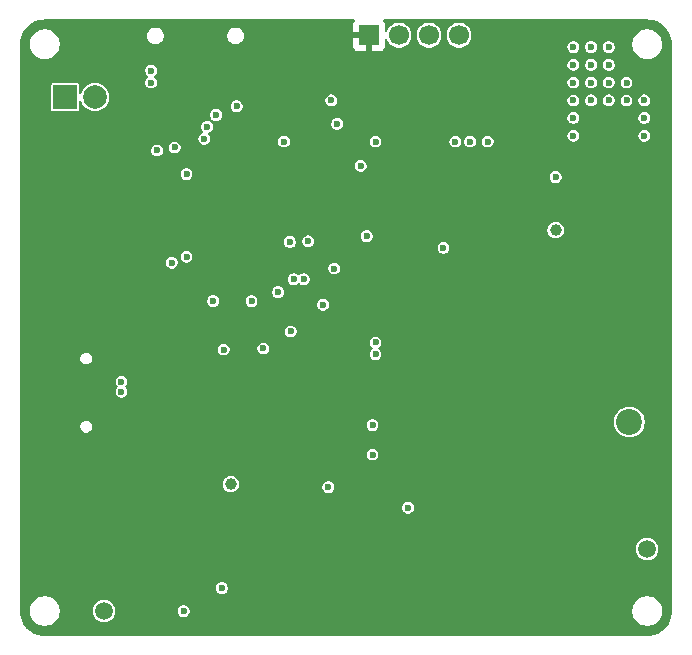
<source format=gbr>
%TF.GenerationSoftware,KiCad,Pcbnew,9.0.3-9.0.3-0~ubuntu22.04.1*%
%TF.CreationDate,2025-09-04T15:57:16+08:00*%
%TF.ProjectId,pdtrigger,70647472-6967-4676-9572-2e6b69636164,rev?*%
%TF.SameCoordinates,Original*%
%TF.FileFunction,Copper,L2,Inr*%
%TF.FilePolarity,Positive*%
%FSLAX46Y46*%
G04 Gerber Fmt 4.6, Leading zero omitted, Abs format (unit mm)*
G04 Created by KiCad (PCBNEW 9.0.3-9.0.3-0~ubuntu22.04.1) date 2025-09-04 15:57:16*
%MOMM*%
%LPD*%
G01*
G04 APERTURE LIST*
%TA.AperFunction,ComponentPad*%
%ADD10R,2.000000X2.000000*%
%TD*%
%TA.AperFunction,ComponentPad*%
%ADD11C,2.000000*%
%TD*%
%TA.AperFunction,ComponentPad*%
%ADD12O,2.000000X1.100000*%
%TD*%
%TA.AperFunction,ComponentPad*%
%ADD13O,1.800000X1.200000*%
%TD*%
%TA.AperFunction,ComponentPad*%
%ADD14C,1.500000*%
%TD*%
%TA.AperFunction,ComponentPad*%
%ADD15R,1.700000X1.700000*%
%TD*%
%TA.AperFunction,ComponentPad*%
%ADD16C,1.700000*%
%TD*%
%TA.AperFunction,ComponentPad*%
%ADD17C,2.200000*%
%TD*%
%TA.AperFunction,ViaPad*%
%ADD18C,0.600000*%
%TD*%
%TA.AperFunction,ViaPad*%
%ADD19C,1.000000*%
%TD*%
G04 APERTURE END LIST*
D10*
%TO.N,/UART_TX*%
%TO.C,J3*%
X-17790000Y8000000D03*
D11*
%TO.N,/UART_RX*%
X-15250000Y8000000D03*
%TD*%
D12*
%TO.N,GND*%
%TO.C,J2*%
X-15470000Y-12680000D03*
D13*
X-19680000Y-12680000D03*
D12*
X-15470000Y-21320000D03*
D13*
X-19680000Y-21320000D03*
%TD*%
D14*
%TO.N,/VBUS*%
%TO.C,TP3*%
X-14500000Y-35500000D03*
%TD*%
%TO.N,GND*%
%TO.C,TP2*%
X26500000Y-35500000D03*
%TD*%
%TO.N,/V_BUS_OUT*%
%TO.C,TP1*%
X31500000Y-30250000D03*
%TD*%
D15*
%TO.N,GND*%
%TO.C,J1*%
X7940000Y13250000D03*
D16*
%TO.N,/SWCLK*%
X10480000Y13250000D03*
%TO.N,/SWDIO*%
X13020000Y13250000D03*
%TO.N,+3V3_MCU*%
X15560000Y13250000D03*
%TD*%
D17*
%TO.N,GND*%
%TO.C,U3*%
X30000000Y-14500000D03*
%TO.N,/V_BUS_OUT*%
X30000000Y-19500000D03*
%TD*%
D18*
%TO.N,/UART_TX*%
X-5750000Y5500000D03*
%TO.N,/UART_RX*%
X-6000000Y4500000D03*
%TO.N,GND*%
X22000000Y-34750000D03*
X22000000Y-36500000D03*
X12750000Y-36500000D03*
X3750000Y-36500000D03*
X17250000Y-34750000D03*
X19000000Y-22500000D03*
X19000000Y-19750000D03*
X19000000Y-14250000D03*
X15750000Y-10500000D03*
X22250000Y-5500000D03*
X22250000Y-10000000D03*
X11250000Y-22500000D03*
X13250000Y-26000000D03*
X20250000Y-26000000D03*
X19000000Y-11500000D03*
%TO.N,+3V3_MCU*%
X14250000Y-4750000D03*
%TO.N,GND*%
X-16750000Y-31750000D03*
X-16750000Y-29250000D03*
X-16750000Y-30500000D03*
X-18000000Y-31750000D03*
X-18000000Y-29250000D03*
X-18000000Y-30500000D03*
X-19250000Y-31750000D03*
X-19250000Y-29250000D03*
X-9500000Y1250000D03*
X8750000Y2500000D03*
X6500000Y5500000D03*
X11750000Y1500000D03*
X11750000Y4250000D03*
X1800000Y-24900000D03*
X7750000Y-8750000D03*
X-13500000Y-21750000D03*
X-13500000Y-20750000D03*
X-11250000Y-13000000D03*
X-12000000Y-13000000D03*
X-12750000Y-13000000D03*
X-13500000Y-13000000D03*
X-19250000Y-30500000D03*
X-500000Y-36500000D03*
X-500000Y-34750000D03*
X8000000Y-36500000D03*
X17250000Y-36500000D03*
X32750000Y-15500000D03*
X32750000Y-13250000D03*
X27000000Y-15500000D03*
X27000000Y-13250000D03*
X32000000Y-5000000D03*
X23500000Y-12250000D03*
X26250000Y-5750000D03*
X19000000Y-3250000D03*
X19500000Y-2000000D03*
X20500000Y10000000D03*
X9250000Y6250000D03*
X17000000Y6250000D03*
X17000000Y9250000D03*
X9250000Y9210000D03*
X3500000Y13500000D03*
X500000Y13500000D03*
X-1250000Y12000000D03*
X4500000Y10250000D03*
X-3683058Y-3183058D03*
X-816942Y-8933058D03*
X-2250000Y10250000D03*
X-3000000Y9500000D03*
X-19250000Y-19750000D03*
X-20500000Y-19750000D03*
X-19250000Y-18750000D03*
X-20500000Y-18750000D03*
X-19250000Y-14750000D03*
X-20500000Y-14750000D03*
X-19250000Y-15750000D03*
X-20500000Y-15750000D03*
X-19250000Y-17750000D03*
X-20500000Y-17750000D03*
X-20500000Y-16750000D03*
X-19250000Y-16750000D03*
%TO.N,/V_BUS_OUT*%
X4500000Y-25000000D03*
X-1000000Y-13250000D03*
%TO.N,GND*%
X2933058Y-8433058D03*
X-7250000Y4500000D03*
%TO.N,+3V3_MCU*%
X-8750000Y-6000000D03*
X-2000000Y-9250000D03*
X-5250000Y-9250000D03*
X4058058Y-9558058D03*
X8500000Y-13750000D03*
X8500000Y-12750000D03*
X8250000Y-22250000D03*
X8250000Y-19750000D03*
%TO.N,Net-(C18-Pad2)*%
X-4500000Y-33550000D03*
X11250000Y-26750000D03*
%TO.N,/VBUS*%
X-7750000Y-35500000D03*
%TO.N,+3V3_MCU*%
X25250000Y4750000D03*
X25250000Y6250000D03*
X31250000Y4750000D03*
X31250000Y6250000D03*
X31250000Y7750000D03*
X-10500000Y9250000D03*
X-10500000Y10250000D03*
%TO.N,/PD_FAULT*%
X-8500000Y3750000D03*
X1250000Y-4250000D03*
X1324000Y-11825000D03*
%TO.N,/SWDIO*%
X2800000Y-4200000D03*
%TO.N,/SWCLK*%
X7750000Y-3750000D03*
%TO.N,/BOOT0*%
X-5000000Y6500000D03*
X7250000Y2200000D03*
%TO.N,/NRST*%
X4750000Y7750000D03*
X750000Y4250000D03*
%TO.N,/I2C3_SCL*%
X250000Y-8500000D03*
X-4360000Y-13360000D03*
%TO.N,+3V3_MCU*%
X25250000Y12250000D03*
X26750000Y12250000D03*
X28250000Y12250000D03*
X28250000Y10750000D03*
X26750000Y10750000D03*
X25250000Y10750000D03*
X25250000Y9250000D03*
X26750000Y9250000D03*
X28250000Y9250000D03*
X29750000Y9250000D03*
X29750000Y7750000D03*
X28250000Y7750000D03*
X26750000Y7750000D03*
X25250000Y7750000D03*
%TO.N,GND*%
X20500000Y6250000D03*
X20500000Y7250000D03*
X20500000Y5000000D03*
X20500000Y4000000D03*
%TO.N,/VBUS*%
X23750000Y1250000D03*
%TO.N,+3V3_MCU*%
X18000000Y4250000D03*
X16500000Y4250000D03*
X15250000Y4250000D03*
%TO.N,GND*%
X13750000Y0D03*
X13750000Y-1750000D03*
D19*
%TO.N,/VBUS*%
X23750000Y-3250000D03*
X-3750000Y-24750000D03*
D18*
%TO.N,GND*%
X5750000Y7750000D03*
X-1500000Y8250000D03*
%TO.N,+3V3_MCU*%
X-3250000Y7250000D03*
X5250000Y5750000D03*
X8500000Y4250000D03*
X5000000Y-6500000D03*
X-7500000Y-5500000D03*
X-7500000Y1500000D03*
X-10000000Y3500000D03*
%TO.N,GND*%
X-7250000Y7000000D03*
X-13750000Y-3500000D03*
X-12000000Y-4500000D03*
X0Y-2000000D03*
X1000000Y-2000000D03*
X2000000Y-2000000D03*
X-1000000Y-2000000D03*
X-2000000Y-2000000D03*
X0Y-1000000D03*
X1000000Y-1000000D03*
X2000000Y-1000000D03*
X-1000000Y-1000000D03*
X-2000000Y-1000000D03*
X0Y2000000D03*
X1000000Y2000000D03*
X2000000Y2000000D03*
X-1000000Y2000000D03*
X-2000000Y2000000D03*
X0Y1000000D03*
X1000000Y1000000D03*
X2000000Y1000000D03*
X-1000000Y1000000D03*
X-2000000Y1000000D03*
X-2000000Y0D03*
X-1000000Y0D03*
X2000000Y0D03*
X1000000Y0D03*
X0Y0D03*
X24200000Y-14900000D03*
X24900000Y-14900000D03*
X8250000Y-10250000D03*
X8250000Y-14750000D03*
X8250000Y-20750000D03*
X8250000Y-23750000D03*
X3750000Y-22750000D03*
X2250000Y-24000000D03*
X-1200000Y-20000000D03*
X-1200000Y-21000000D03*
X-1450000Y-23950000D03*
%TO.N,/USB_D-*%
X-13011170Y-16075000D03*
%TO.N,/USB_D+*%
X-13011170Y-16925000D03*
%TO.N,/USB_D-*%
X1575000Y-7400000D03*
%TO.N,/USB_D+*%
X2425000Y-7400000D03*
%TD*%
%TA.AperFunction,Conductor*%
%TO.N,GND*%
G36*
X6699758Y14580593D02*
G01*
X6735722Y14531093D01*
X6735722Y14469907D01*
X6720820Y14441170D01*
X6646645Y14342088D01*
X6596403Y14207382D01*
X6596401Y14207371D01*
X6590000Y14147825D01*
X6590000Y13500001D01*
X6590001Y13500000D01*
X7449238Y13500000D01*
X7427470Y13462297D01*
X7389988Y13322410D01*
X7389988Y13177590D01*
X7427470Y13037703D01*
X7449238Y13000000D01*
X6590001Y13000000D01*
X6590000Y12999999D01*
X6590000Y12352176D01*
X6589999Y12352176D01*
X6596401Y12292630D01*
X6596403Y12292619D01*
X6646646Y12157912D01*
X6646647Y12157910D01*
X6732807Y12042816D01*
X6732815Y12042808D01*
X6847909Y11956648D01*
X6847911Y11956647D01*
X6982618Y11906404D01*
X6982629Y11906402D01*
X7042176Y11900000D01*
X7689999Y11900000D01*
X7690000Y11900001D01*
X7690000Y12759239D01*
X7727703Y12737470D01*
X7867590Y12699988D01*
X8012410Y12699988D01*
X8152297Y12737470D01*
X8190000Y12759239D01*
X8190000Y11900001D01*
X8190001Y11900000D01*
X8837824Y11900000D01*
X8897370Y11906402D01*
X8897381Y11906404D01*
X9032088Y11956647D01*
X9032090Y11956648D01*
X9147184Y12042808D01*
X9147192Y12042816D01*
X9233352Y12157910D01*
X9233353Y12157912D01*
X9283596Y12292619D01*
X9283598Y12292630D01*
X9290000Y12352176D01*
X9290000Y12880119D01*
X9308907Y12938310D01*
X9358407Y12974274D01*
X9419593Y12974274D01*
X9469093Y12938310D01*
X9480462Y12918008D01*
X9497992Y12875689D01*
X9549058Y12752403D01*
X9659757Y12586729D01*
X9664023Y12580345D01*
X9810345Y12434023D01*
X9982402Y12319059D01*
X10173580Y12239870D01*
X10376535Y12199500D01*
X10376536Y12199500D01*
X10583464Y12199500D01*
X10583465Y12199500D01*
X10786420Y12239870D01*
X10977598Y12319059D01*
X11149655Y12434023D01*
X11295977Y12580345D01*
X11410941Y12752402D01*
X11490130Y12943580D01*
X11530500Y13146535D01*
X11530500Y13353465D01*
X11530499Y13353468D01*
X11969500Y13353468D01*
X11969500Y13146533D01*
X12009869Y12943582D01*
X12089058Y12752403D01*
X12199757Y12586729D01*
X12204023Y12580345D01*
X12350345Y12434023D01*
X12522402Y12319059D01*
X12713580Y12239870D01*
X12916535Y12199500D01*
X12916536Y12199500D01*
X13123464Y12199500D01*
X13123465Y12199500D01*
X13326420Y12239870D01*
X13517598Y12319059D01*
X13689655Y12434023D01*
X13835977Y12580345D01*
X13950941Y12752402D01*
X14030130Y12943580D01*
X14070500Y13146535D01*
X14070500Y13353465D01*
X14070499Y13353468D01*
X14509500Y13353468D01*
X14509500Y13146533D01*
X14549869Y12943582D01*
X14629058Y12752403D01*
X14739757Y12586729D01*
X14744023Y12580345D01*
X14890345Y12434023D01*
X15062402Y12319059D01*
X15253580Y12239870D01*
X15456535Y12199500D01*
X15456536Y12199500D01*
X15663464Y12199500D01*
X15663465Y12199500D01*
X15866420Y12239870D01*
X16049952Y12315892D01*
X24749500Y12315892D01*
X24749500Y12184108D01*
X24756520Y12157910D01*
X24783609Y12056810D01*
X24849496Y11942691D01*
X24849498Y11942689D01*
X24849500Y11942686D01*
X24942686Y11849500D01*
X24942688Y11849499D01*
X24942690Y11849497D01*
X25056810Y11783610D01*
X25056808Y11783610D01*
X25056812Y11783609D01*
X25056814Y11783608D01*
X25184108Y11749500D01*
X25184110Y11749500D01*
X25315890Y11749500D01*
X25315892Y11749500D01*
X25443186Y11783608D01*
X25443188Y11783610D01*
X25443190Y11783610D01*
X25557309Y11849497D01*
X25557309Y11849498D01*
X25557314Y11849500D01*
X25650500Y11942686D01*
X25650503Y11942691D01*
X25716390Y12056810D01*
X25716390Y12056812D01*
X25716392Y12056814D01*
X25750500Y12184108D01*
X25750500Y12315892D01*
X26249500Y12315892D01*
X26249500Y12184108D01*
X26256520Y12157910D01*
X26283609Y12056810D01*
X26349496Y11942691D01*
X26349498Y11942689D01*
X26349500Y11942686D01*
X26442686Y11849500D01*
X26442688Y11849499D01*
X26442690Y11849497D01*
X26556810Y11783610D01*
X26556808Y11783610D01*
X26556812Y11783609D01*
X26556814Y11783608D01*
X26684108Y11749500D01*
X26684110Y11749500D01*
X26815890Y11749500D01*
X26815892Y11749500D01*
X26943186Y11783608D01*
X26943188Y11783610D01*
X26943190Y11783610D01*
X27057309Y11849497D01*
X27057309Y11849498D01*
X27057314Y11849500D01*
X27150500Y11942686D01*
X27150503Y11942691D01*
X27216390Y12056810D01*
X27216390Y12056812D01*
X27216392Y12056814D01*
X27250500Y12184108D01*
X27250500Y12315892D01*
X27749500Y12315892D01*
X27749500Y12184108D01*
X27756520Y12157910D01*
X27783609Y12056810D01*
X27849496Y11942691D01*
X27849498Y11942689D01*
X27849500Y11942686D01*
X27942686Y11849500D01*
X27942688Y11849499D01*
X27942690Y11849497D01*
X28056810Y11783610D01*
X28056808Y11783610D01*
X28056812Y11783609D01*
X28056814Y11783608D01*
X28184108Y11749500D01*
X28184110Y11749500D01*
X28315890Y11749500D01*
X28315892Y11749500D01*
X28443186Y11783608D01*
X28443188Y11783610D01*
X28443190Y11783610D01*
X28557309Y11849497D01*
X28557309Y11849498D01*
X28557314Y11849500D01*
X28650500Y11942686D01*
X28650503Y11942691D01*
X28716390Y12056810D01*
X28716390Y12056812D01*
X28716392Y12056814D01*
X28750500Y12184108D01*
X28750500Y12315892D01*
X28716392Y12443186D01*
X28716390Y12443189D01*
X28716390Y12443191D01*
X28653104Y12552805D01*
X28653103Y12552806D01*
X28650501Y12557312D01*
X28650500Y12557314D01*
X28609393Y12598421D01*
X30249500Y12598421D01*
X30249500Y12401580D01*
X30280289Y12207179D01*
X30341116Y12019975D01*
X30427976Y11849500D01*
X30430476Y11844595D01*
X30546172Y11685354D01*
X30685354Y11546172D01*
X30844595Y11430476D01*
X31019975Y11341116D01*
X31207174Y11280291D01*
X31207175Y11280291D01*
X31207178Y11280290D01*
X31401580Y11249500D01*
X31401583Y11249500D01*
X31598420Y11249500D01*
X31792821Y11280290D01*
X31792822Y11280291D01*
X31792826Y11280291D01*
X31980025Y11341116D01*
X32155405Y11430476D01*
X32314646Y11546172D01*
X32453828Y11685354D01*
X32569524Y11844595D01*
X32658884Y12019975D01*
X32719709Y12207174D01*
X32719710Y12207179D01*
X32750500Y12401580D01*
X32750500Y12598421D01*
X32719710Y12792822D01*
X32692783Y12875694D01*
X32658884Y12980025D01*
X32569524Y13155405D01*
X32453828Y13314646D01*
X32314646Y13453828D01*
X32155405Y13569524D01*
X32155404Y13569525D01*
X32155402Y13569526D01*
X31980025Y13658884D01*
X31792821Y13719711D01*
X31598420Y13750500D01*
X31598417Y13750500D01*
X31401583Y13750500D01*
X31401580Y13750500D01*
X31207178Y13719711D01*
X31019974Y13658884D01*
X30844597Y13569526D01*
X30685355Y13453829D01*
X30546171Y13314645D01*
X30430474Y13155403D01*
X30341116Y12980026D01*
X30280289Y12792822D01*
X30249500Y12598421D01*
X28609393Y12598421D01*
X28557314Y12650500D01*
X28557311Y12650502D01*
X28557309Y12650504D01*
X28443189Y12716391D01*
X28443191Y12716391D01*
X28393799Y12729625D01*
X28315892Y12750500D01*
X28184108Y12750500D01*
X28106200Y12729625D01*
X28056809Y12716391D01*
X27942690Y12650504D01*
X27849496Y12557310D01*
X27783609Y12443191D01*
X27772460Y12401580D01*
X27749500Y12315892D01*
X27250500Y12315892D01*
X27216392Y12443186D01*
X27216390Y12443189D01*
X27216390Y12443191D01*
X27150503Y12557310D01*
X27150501Y12557312D01*
X27150500Y12557314D01*
X27057314Y12650500D01*
X27057311Y12650502D01*
X27057309Y12650504D01*
X26943189Y12716391D01*
X26943191Y12716391D01*
X26893799Y12729625D01*
X26815892Y12750500D01*
X26684108Y12750500D01*
X26606200Y12729625D01*
X26556809Y12716391D01*
X26442690Y12650504D01*
X26349496Y12557310D01*
X26283609Y12443191D01*
X26272460Y12401580D01*
X26249500Y12315892D01*
X25750500Y12315892D01*
X25716392Y12443186D01*
X25716390Y12443189D01*
X25716390Y12443191D01*
X25650503Y12557310D01*
X25650501Y12557312D01*
X25650500Y12557314D01*
X25557314Y12650500D01*
X25557311Y12650502D01*
X25557309Y12650504D01*
X25443189Y12716391D01*
X25443191Y12716391D01*
X25393799Y12729625D01*
X25315892Y12750500D01*
X25184108Y12750500D01*
X25106200Y12729625D01*
X25056809Y12716391D01*
X24942690Y12650504D01*
X24849496Y12557310D01*
X24783609Y12443191D01*
X24772460Y12401580D01*
X24749500Y12315892D01*
X16049952Y12315892D01*
X16057598Y12319059D01*
X16229655Y12434023D01*
X16375977Y12580345D01*
X16490941Y12752402D01*
X16570130Y12943580D01*
X16610500Y13146535D01*
X16610500Y13353465D01*
X16570130Y13556420D01*
X16490941Y13747598D01*
X16375977Y13919655D01*
X16229655Y14065977D01*
X16086896Y14161365D01*
X16057597Y14180942D01*
X15866418Y14260131D01*
X15663467Y14300500D01*
X15663465Y14300500D01*
X15456535Y14300500D01*
X15456532Y14300500D01*
X15253581Y14260131D01*
X15062402Y14180942D01*
X14890348Y14065980D01*
X14744020Y13919652D01*
X14629058Y13747598D01*
X14549869Y13556419D01*
X14509500Y13353468D01*
X14070499Y13353468D01*
X14030130Y13556420D01*
X13950941Y13747598D01*
X13835977Y13919655D01*
X13689655Y14065977D01*
X13546896Y14161365D01*
X13517597Y14180942D01*
X13326418Y14260131D01*
X13123467Y14300500D01*
X13123465Y14300500D01*
X12916535Y14300500D01*
X12916532Y14300500D01*
X12713581Y14260131D01*
X12522402Y14180942D01*
X12350348Y14065980D01*
X12204020Y13919652D01*
X12089058Y13747598D01*
X12009869Y13556419D01*
X11969500Y13353468D01*
X11530499Y13353468D01*
X11490130Y13556420D01*
X11410941Y13747598D01*
X11295977Y13919655D01*
X11149655Y14065977D01*
X11006896Y14161365D01*
X10977597Y14180942D01*
X10786418Y14260131D01*
X10583467Y14300500D01*
X10583465Y14300500D01*
X10376535Y14300500D01*
X10376532Y14300500D01*
X10173581Y14260131D01*
X9982402Y14180942D01*
X9810348Y14065980D01*
X9664020Y13919652D01*
X9549058Y13747598D01*
X9480464Y13581996D01*
X9440727Y13535471D01*
X9381232Y13521187D01*
X9324705Y13544602D01*
X9292735Y13596771D01*
X9290000Y13619882D01*
X9290000Y14147825D01*
X9283598Y14207371D01*
X9283596Y14207382D01*
X9233354Y14342088D01*
X9159180Y14441170D01*
X9139443Y14499085D01*
X9157517Y14557540D01*
X9206498Y14594208D01*
X9238433Y14599500D01*
X31442417Y14599500D01*
X31496759Y14599500D01*
X31503234Y14599288D01*
X31767568Y14581963D01*
X31780396Y14580274D01*
X32037040Y14529225D01*
X32049529Y14525878D01*
X32297307Y14441769D01*
X32309255Y14436820D01*
X32501351Y14342088D01*
X32543928Y14321091D01*
X32555142Y14314617D01*
X32772707Y14169245D01*
X32782971Y14161369D01*
X32798415Y14147825D01*
X32979692Y13988850D01*
X32988848Y13979694D01*
X33146424Y13800012D01*
X33161364Y13782977D01*
X33169246Y13772705D01*
X33204656Y13719711D01*
X33314616Y13555143D01*
X33321090Y13543929D01*
X33436815Y13309264D01*
X33441771Y13297299D01*
X33525874Y13049539D01*
X33529226Y13037031D01*
X33580272Y12780402D01*
X33581962Y12767563D01*
X33599288Y12503235D01*
X33599500Y12496760D01*
X33599500Y-35496759D01*
X33599288Y-35503234D01*
X33581962Y-35767562D01*
X33580272Y-35780401D01*
X33529226Y-36037030D01*
X33525874Y-36049538D01*
X33441771Y-36297298D01*
X33436815Y-36309263D01*
X33321090Y-36543928D01*
X33314616Y-36555142D01*
X33169248Y-36772702D01*
X33161364Y-36782976D01*
X32988849Y-36979692D01*
X32979692Y-36988849D01*
X32782976Y-37161364D01*
X32772702Y-37169248D01*
X32555142Y-37314616D01*
X32543928Y-37321090D01*
X32309263Y-37436815D01*
X32297298Y-37441771D01*
X32049538Y-37525874D01*
X32037030Y-37529226D01*
X31780401Y-37580272D01*
X31767562Y-37581962D01*
X31503234Y-37599288D01*
X31496759Y-37599500D01*
X-19496759Y-37599500D01*
X-19503234Y-37599288D01*
X-19767563Y-37581962D01*
X-19780402Y-37580272D01*
X-20037031Y-37529226D01*
X-20049539Y-37525874D01*
X-20297299Y-37441771D01*
X-20309264Y-37436815D01*
X-20311357Y-37435783D01*
X-20346362Y-37418520D01*
X-20543929Y-37321090D01*
X-20555143Y-37314616D01*
X-20715105Y-37207733D01*
X-20772705Y-37169246D01*
X-20782977Y-37161364D01*
X-20979693Y-36988849D01*
X-20988850Y-36979692D01*
X-21054145Y-36905237D01*
X-21161369Y-36782971D01*
X-21169245Y-36772707D01*
X-21314617Y-36555142D01*
X-21321091Y-36543928D01*
X-21385178Y-36413973D01*
X-21436820Y-36309255D01*
X-21441769Y-36297307D01*
X-21525878Y-36049529D01*
X-21529225Y-36037040D01*
X-21580274Y-35780396D01*
X-21581963Y-35767562D01*
X-21586838Y-35693190D01*
X-21599288Y-35503234D01*
X-21599500Y-35496759D01*
X-21599500Y-35401579D01*
X-20750500Y-35401579D01*
X-20750500Y-35598420D01*
X-20719711Y-35792821D01*
X-20658884Y-35980025D01*
X-20594743Y-36105911D01*
X-20569524Y-36155405D01*
X-20453828Y-36314646D01*
X-20314646Y-36453828D01*
X-20155405Y-36569524D01*
X-19980025Y-36658884D01*
X-19792826Y-36719709D01*
X-19792825Y-36719709D01*
X-19792822Y-36719710D01*
X-19598420Y-36750500D01*
X-19598417Y-36750500D01*
X-19401580Y-36750500D01*
X-19207179Y-36719710D01*
X-19207178Y-36719709D01*
X-19207174Y-36719709D01*
X-19019975Y-36658884D01*
X-18844595Y-36569524D01*
X-18685354Y-36453828D01*
X-18546172Y-36314646D01*
X-18430476Y-36155405D01*
X-18341116Y-35980025D01*
X-18280291Y-35792826D01*
X-18277824Y-35777249D01*
X-18249500Y-35598420D01*
X-18249500Y-35406381D01*
X-15450500Y-35406381D01*
X-15450500Y-35593618D01*
X-15413974Y-35777249D01*
X-15342323Y-35950229D01*
X-15342319Y-35950238D01*
X-15284325Y-36037030D01*
X-15238302Y-36105908D01*
X-15105908Y-36238302D01*
X-15039537Y-36282649D01*
X-14950239Y-36342318D01*
X-14950233Y-36342320D01*
X-14950231Y-36342322D01*
X-14777251Y-36413973D01*
X-14593616Y-36450500D01*
X-14593615Y-36450500D01*
X-14406385Y-36450500D01*
X-14406384Y-36450500D01*
X-14222749Y-36413973D01*
X-14049769Y-36342322D01*
X-14049766Y-36342319D01*
X-14049762Y-36342318D01*
X-13982386Y-36297298D01*
X-13894092Y-36238302D01*
X-13761698Y-36105908D01*
X-13681990Y-35986617D01*
X-13657682Y-35950238D01*
X-13657681Y-35950234D01*
X-13657678Y-35950231D01*
X-13586027Y-35777251D01*
X-13549500Y-35593616D01*
X-13549500Y-35434108D01*
X-8250500Y-35434108D01*
X-8250500Y-35565892D01*
X-8243072Y-35593614D01*
X-8216391Y-35693190D01*
X-8150504Y-35807309D01*
X-8150502Y-35807311D01*
X-8150500Y-35807314D01*
X-8057314Y-35900500D01*
X-8057312Y-35900501D01*
X-8057310Y-35900503D01*
X-7943190Y-35966390D01*
X-7943192Y-35966390D01*
X-7943188Y-35966391D01*
X-7943186Y-35966392D01*
X-7815892Y-36000500D01*
X-7815890Y-36000500D01*
X-7684110Y-36000500D01*
X-7684108Y-36000500D01*
X-7556814Y-35966392D01*
X-7556812Y-35966390D01*
X-7556810Y-35966390D01*
X-7442691Y-35900503D01*
X-7442691Y-35900502D01*
X-7442686Y-35900500D01*
X-7349500Y-35807314D01*
X-7283608Y-35693186D01*
X-7249500Y-35565892D01*
X-7249500Y-35434108D01*
X-7258216Y-35401579D01*
X30249500Y-35401579D01*
X30249500Y-35598420D01*
X30280289Y-35792821D01*
X30341116Y-35980025D01*
X30405257Y-36105911D01*
X30430476Y-36155405D01*
X30546172Y-36314646D01*
X30685354Y-36453828D01*
X30844595Y-36569524D01*
X31019975Y-36658884D01*
X31207174Y-36719709D01*
X31207175Y-36719709D01*
X31207178Y-36719710D01*
X31401580Y-36750500D01*
X31401583Y-36750500D01*
X31598420Y-36750500D01*
X31792821Y-36719710D01*
X31792822Y-36719709D01*
X31792826Y-36719709D01*
X31980025Y-36658884D01*
X32155405Y-36569524D01*
X32314646Y-36453828D01*
X32453828Y-36314646D01*
X32569524Y-36155405D01*
X32658884Y-35980025D01*
X32719709Y-35792826D01*
X32722176Y-35777249D01*
X32750500Y-35598420D01*
X32750500Y-35401579D01*
X32719710Y-35207178D01*
X32715003Y-35192690D01*
X32658884Y-35019975D01*
X32569524Y-34844595D01*
X32453828Y-34685354D01*
X32314646Y-34546172D01*
X32155405Y-34430476D01*
X32155404Y-34430475D01*
X32155402Y-34430474D01*
X31980025Y-34341116D01*
X31792821Y-34280289D01*
X31598420Y-34249500D01*
X31598417Y-34249500D01*
X31401583Y-34249500D01*
X31401580Y-34249500D01*
X31207178Y-34280289D01*
X31019974Y-34341116D01*
X30844597Y-34430474D01*
X30685355Y-34546171D01*
X30546171Y-34685355D01*
X30430474Y-34844597D01*
X30341116Y-35019974D01*
X30280289Y-35207178D01*
X30249500Y-35401579D01*
X-7258216Y-35401579D01*
X-7283608Y-35306814D01*
X-7283610Y-35306811D01*
X-7283610Y-35306809D01*
X-7349497Y-35192690D01*
X-7349499Y-35192688D01*
X-7349500Y-35192686D01*
X-7442686Y-35099500D01*
X-7442689Y-35099498D01*
X-7442691Y-35099496D01*
X-7556811Y-35033609D01*
X-7556809Y-35033609D01*
X-7607697Y-35019974D01*
X-7684108Y-34999500D01*
X-7815892Y-34999500D01*
X-7892303Y-35019974D01*
X-7943191Y-35033609D01*
X-8057310Y-35099496D01*
X-8150504Y-35192690D01*
X-8216391Y-35306809D01*
X-8216392Y-35306814D01*
X-8250500Y-35434108D01*
X-13549500Y-35434108D01*
X-13549500Y-35406384D01*
X-13586027Y-35222749D01*
X-13657678Y-35049769D01*
X-13657680Y-35049767D01*
X-13657682Y-35049761D01*
X-13717351Y-34960463D01*
X-13761698Y-34894092D01*
X-13894092Y-34761698D01*
X-13938441Y-34732065D01*
X-14049762Y-34657681D01*
X-14049771Y-34657677D01*
X-14222751Y-34586026D01*
X-14406382Y-34549500D01*
X-14406384Y-34549500D01*
X-14593616Y-34549500D01*
X-14593619Y-34549500D01*
X-14777250Y-34586026D01*
X-14950230Y-34657677D01*
X-14950239Y-34657681D01*
X-15105908Y-34761698D01*
X-15105912Y-34761701D01*
X-15238299Y-34894088D01*
X-15238302Y-34894092D01*
X-15342319Y-35049761D01*
X-15342323Y-35049770D01*
X-15413974Y-35222750D01*
X-15450500Y-35406381D01*
X-18249500Y-35406381D01*
X-18249500Y-35401579D01*
X-18280290Y-35207178D01*
X-18284997Y-35192690D01*
X-18341116Y-35019975D01*
X-18430476Y-34844595D01*
X-18546172Y-34685354D01*
X-18685354Y-34546172D01*
X-18844595Y-34430476D01*
X-18844596Y-34430475D01*
X-18844598Y-34430474D01*
X-19019975Y-34341116D01*
X-19207179Y-34280289D01*
X-19401580Y-34249500D01*
X-19401583Y-34249500D01*
X-19598417Y-34249500D01*
X-19598420Y-34249500D01*
X-19792822Y-34280289D01*
X-19980026Y-34341116D01*
X-20155403Y-34430474D01*
X-20314645Y-34546171D01*
X-20453829Y-34685355D01*
X-20569526Y-34844597D01*
X-20658884Y-35019974D01*
X-20719711Y-35207178D01*
X-20750500Y-35401579D01*
X-21599500Y-35401579D01*
X-21599500Y-33484108D01*
X-5000500Y-33484108D01*
X-5000500Y-33615892D01*
X-4970421Y-33728151D01*
X-4966391Y-33743190D01*
X-4900504Y-33857309D01*
X-4900502Y-33857311D01*
X-4900500Y-33857314D01*
X-4807314Y-33950500D01*
X-4807312Y-33950501D01*
X-4807310Y-33950503D01*
X-4693190Y-34016390D01*
X-4693192Y-34016390D01*
X-4693188Y-34016391D01*
X-4693186Y-34016392D01*
X-4565892Y-34050500D01*
X-4565890Y-34050500D01*
X-4434110Y-34050500D01*
X-4434108Y-34050500D01*
X-4306814Y-34016392D01*
X-4306812Y-34016390D01*
X-4306810Y-34016390D01*
X-4192691Y-33950503D01*
X-4192691Y-33950502D01*
X-4192686Y-33950500D01*
X-4099500Y-33857314D01*
X-4033608Y-33743186D01*
X-3999500Y-33615892D01*
X-3999500Y-33484108D01*
X-4033608Y-33356814D01*
X-4033610Y-33356811D01*
X-4033610Y-33356809D01*
X-4099497Y-33242690D01*
X-4099499Y-33242688D01*
X-4099500Y-33242686D01*
X-4192686Y-33149500D01*
X-4192689Y-33149498D01*
X-4192691Y-33149496D01*
X-4306811Y-33083609D01*
X-4306809Y-33083609D01*
X-4356201Y-33070375D01*
X-4434108Y-33049500D01*
X-4565892Y-33049500D01*
X-4643800Y-33070375D01*
X-4693191Y-33083609D01*
X-4807310Y-33149496D01*
X-4900504Y-33242690D01*
X-4966391Y-33356809D01*
X-4966392Y-33356814D01*
X-5000500Y-33484108D01*
X-21599500Y-33484108D01*
X-21599500Y-30156381D01*
X30549500Y-30156381D01*
X30549500Y-30343618D01*
X30586026Y-30527249D01*
X30657677Y-30700229D01*
X30657681Y-30700238D01*
X30732065Y-30811559D01*
X30761698Y-30855908D01*
X30894092Y-30988302D01*
X30960463Y-31032649D01*
X31049761Y-31092318D01*
X31049767Y-31092320D01*
X31049769Y-31092322D01*
X31222749Y-31163973D01*
X31406384Y-31200500D01*
X31406385Y-31200500D01*
X31593615Y-31200500D01*
X31593616Y-31200500D01*
X31777251Y-31163973D01*
X31950231Y-31092322D01*
X31950234Y-31092319D01*
X31950238Y-31092318D01*
X31995187Y-31062282D01*
X32105908Y-30988302D01*
X32238302Y-30855908D01*
X32312282Y-30745187D01*
X32342318Y-30700238D01*
X32342319Y-30700234D01*
X32342322Y-30700231D01*
X32413973Y-30527251D01*
X32450500Y-30343616D01*
X32450500Y-30156384D01*
X32413973Y-29972749D01*
X32342322Y-29799769D01*
X32342320Y-29799767D01*
X32342318Y-29799761D01*
X32282649Y-29710463D01*
X32238302Y-29644092D01*
X32105908Y-29511698D01*
X32061559Y-29482065D01*
X31950238Y-29407681D01*
X31950229Y-29407677D01*
X31777249Y-29336026D01*
X31593618Y-29299500D01*
X31593616Y-29299500D01*
X31406384Y-29299500D01*
X31406381Y-29299500D01*
X31222750Y-29336026D01*
X31049770Y-29407677D01*
X31049761Y-29407681D01*
X30894092Y-29511698D01*
X30894088Y-29511701D01*
X30761701Y-29644088D01*
X30761698Y-29644092D01*
X30657681Y-29799761D01*
X30657677Y-29799770D01*
X30586026Y-29972750D01*
X30549500Y-30156381D01*
X-21599500Y-30156381D01*
X-21599500Y-26684108D01*
X10749500Y-26684108D01*
X10749500Y-26815892D01*
X10779579Y-26928151D01*
X10783609Y-26943190D01*
X10849496Y-27057309D01*
X10849498Y-27057311D01*
X10849500Y-27057314D01*
X10942686Y-27150500D01*
X10942688Y-27150501D01*
X10942690Y-27150503D01*
X11056810Y-27216390D01*
X11056808Y-27216390D01*
X11056812Y-27216391D01*
X11056814Y-27216392D01*
X11184108Y-27250500D01*
X11184110Y-27250500D01*
X11315890Y-27250500D01*
X11315892Y-27250500D01*
X11443186Y-27216392D01*
X11443188Y-27216390D01*
X11443190Y-27216390D01*
X11557309Y-27150503D01*
X11557309Y-27150502D01*
X11557314Y-27150500D01*
X11650500Y-27057314D01*
X11716392Y-26943186D01*
X11750500Y-26815892D01*
X11750500Y-26684108D01*
X11716392Y-26556814D01*
X11716390Y-26556811D01*
X11716390Y-26556809D01*
X11650503Y-26442690D01*
X11650501Y-26442688D01*
X11650500Y-26442686D01*
X11557314Y-26349500D01*
X11557311Y-26349498D01*
X11557309Y-26349496D01*
X11443189Y-26283609D01*
X11443191Y-26283609D01*
X11393799Y-26270375D01*
X11315892Y-26249500D01*
X11184108Y-26249500D01*
X11106200Y-26270375D01*
X11056809Y-26283609D01*
X10942690Y-26349496D01*
X10849496Y-26442690D01*
X10783609Y-26556809D01*
X10783608Y-26556814D01*
X10749500Y-26684108D01*
X-21599500Y-26684108D01*
X-21599500Y-24681004D01*
X-4450500Y-24681004D01*
X-4450500Y-24818995D01*
X-4423580Y-24954327D01*
X-4423580Y-24954329D01*
X-4370778Y-25081806D01*
X-4370772Y-25081817D01*
X-4294115Y-25196541D01*
X-4196542Y-25294114D01*
X-4081818Y-25370771D01*
X-4081807Y-25370777D01*
X-4034717Y-25390282D01*
X-3954328Y-25423580D01*
X-3818993Y-25450500D01*
X-3818992Y-25450500D01*
X-3681008Y-25450500D01*
X-3681007Y-25450500D01*
X-3545672Y-25423580D01*
X-3418189Y-25370775D01*
X-3303458Y-25294114D01*
X-3205886Y-25196542D01*
X-3129225Y-25081811D01*
X-3076420Y-24954328D01*
X-3072398Y-24934108D01*
X3999500Y-24934108D01*
X3999500Y-25065892D01*
X4029579Y-25178151D01*
X4033609Y-25193190D01*
X4099496Y-25307309D01*
X4099498Y-25307311D01*
X4099500Y-25307314D01*
X4192686Y-25400500D01*
X4192688Y-25400501D01*
X4192690Y-25400503D01*
X4306810Y-25466390D01*
X4306808Y-25466390D01*
X4306812Y-25466391D01*
X4306814Y-25466392D01*
X4434108Y-25500500D01*
X4434110Y-25500500D01*
X4565890Y-25500500D01*
X4565892Y-25500500D01*
X4693186Y-25466392D01*
X4693188Y-25466390D01*
X4693190Y-25466390D01*
X4807309Y-25400503D01*
X4807309Y-25400502D01*
X4807314Y-25400500D01*
X4900500Y-25307314D01*
X4908121Y-25294114D01*
X4966390Y-25193190D01*
X4966390Y-25193188D01*
X4966392Y-25193186D01*
X5000500Y-25065892D01*
X5000500Y-24934108D01*
X4966392Y-24806814D01*
X4966390Y-24806811D01*
X4966390Y-24806809D01*
X4900503Y-24692690D01*
X4900501Y-24692688D01*
X4900500Y-24692686D01*
X4807314Y-24599500D01*
X4807311Y-24599498D01*
X4807309Y-24599496D01*
X4693189Y-24533609D01*
X4693191Y-24533609D01*
X4643799Y-24520375D01*
X4565892Y-24499500D01*
X4434108Y-24499500D01*
X4356200Y-24520375D01*
X4306809Y-24533609D01*
X4192690Y-24599496D01*
X4099496Y-24692690D01*
X4033609Y-24806809D01*
X4030344Y-24818995D01*
X3999500Y-24934108D01*
X-3072398Y-24934108D01*
X-3049500Y-24818993D01*
X-3049500Y-24681007D01*
X-3076420Y-24545672D01*
X-3129225Y-24418189D01*
X-3129226Y-24418187D01*
X-3129229Y-24418182D01*
X-3205886Y-24303458D01*
X-3303459Y-24205885D01*
X-3418183Y-24129228D01*
X-3418194Y-24129222D01*
X-3545672Y-24076420D01*
X-3681005Y-24049500D01*
X-3681007Y-24049500D01*
X-3818993Y-24049500D01*
X-3818996Y-24049500D01*
X-3954328Y-24076420D01*
X-3954330Y-24076420D01*
X-4081807Y-24129222D01*
X-4081818Y-24129228D01*
X-4196542Y-24205885D01*
X-4294115Y-24303458D01*
X-4370772Y-24418182D01*
X-4370778Y-24418193D01*
X-4423580Y-24545670D01*
X-4423580Y-24545672D01*
X-4450500Y-24681004D01*
X-21599500Y-24681004D01*
X-21599500Y-22184108D01*
X7749500Y-22184108D01*
X7749500Y-22315892D01*
X7779579Y-22428151D01*
X7783609Y-22443190D01*
X7849496Y-22557309D01*
X7849498Y-22557311D01*
X7849500Y-22557314D01*
X7942686Y-22650500D01*
X7942688Y-22650501D01*
X7942690Y-22650503D01*
X8056810Y-22716390D01*
X8056808Y-22716390D01*
X8056812Y-22716391D01*
X8056814Y-22716392D01*
X8184108Y-22750500D01*
X8184110Y-22750500D01*
X8315890Y-22750500D01*
X8315892Y-22750500D01*
X8443186Y-22716392D01*
X8443188Y-22716390D01*
X8443190Y-22716390D01*
X8557309Y-22650503D01*
X8557309Y-22650502D01*
X8557314Y-22650500D01*
X8650500Y-22557314D01*
X8716392Y-22443186D01*
X8750500Y-22315892D01*
X8750500Y-22184108D01*
X8716392Y-22056814D01*
X8716390Y-22056811D01*
X8716390Y-22056809D01*
X8650503Y-21942690D01*
X8650501Y-21942688D01*
X8650500Y-21942686D01*
X8557314Y-21849500D01*
X8557311Y-21849498D01*
X8557309Y-21849496D01*
X8443189Y-21783609D01*
X8443191Y-21783609D01*
X8393799Y-21770375D01*
X8315892Y-21749500D01*
X8184108Y-21749500D01*
X8106200Y-21770375D01*
X8056809Y-21783609D01*
X7942690Y-21849496D01*
X7849496Y-21942690D01*
X7783609Y-22056809D01*
X7783608Y-22056814D01*
X7749500Y-22184108D01*
X-21599500Y-22184108D01*
X-21599500Y-19824108D01*
X-16500500Y-19824108D01*
X-16500500Y-19955892D01*
X-16473326Y-20057309D01*
X-16466391Y-20083190D01*
X-16400504Y-20197309D01*
X-16400502Y-20197311D01*
X-16400500Y-20197314D01*
X-16307314Y-20290500D01*
X-16307312Y-20290501D01*
X-16307310Y-20290503D01*
X-16193190Y-20356390D01*
X-16193192Y-20356390D01*
X-16193188Y-20356391D01*
X-16193186Y-20356392D01*
X-16065892Y-20390500D01*
X-16065890Y-20390500D01*
X-15934110Y-20390500D01*
X-15934108Y-20390500D01*
X-15806814Y-20356392D01*
X-15806812Y-20356390D01*
X-15806810Y-20356390D01*
X-15692691Y-20290503D01*
X-15692691Y-20290502D01*
X-15692686Y-20290500D01*
X-15599500Y-20197314D01*
X-15590433Y-20181609D01*
X-15533610Y-20083190D01*
X-15533610Y-20083188D01*
X-15533608Y-20083186D01*
X-15499500Y-19955892D01*
X-15499500Y-19824108D01*
X-15533608Y-19696814D01*
X-15540943Y-19684109D01*
X-15540944Y-19684108D01*
X7749500Y-19684108D01*
X7749500Y-19815892D01*
X7751702Y-19824109D01*
X7783609Y-19943190D01*
X7849496Y-20057309D01*
X7849498Y-20057311D01*
X7849500Y-20057314D01*
X7942686Y-20150500D01*
X7942688Y-20150501D01*
X7942690Y-20150503D01*
X8056810Y-20216390D01*
X8056808Y-20216390D01*
X8056812Y-20216391D01*
X8056814Y-20216392D01*
X8184108Y-20250500D01*
X8184110Y-20250500D01*
X8315890Y-20250500D01*
X8315892Y-20250500D01*
X8443186Y-20216392D01*
X8443188Y-20216390D01*
X8443190Y-20216390D01*
X8557309Y-20150503D01*
X8557309Y-20150502D01*
X8557314Y-20150500D01*
X8650500Y-20057314D01*
X8709056Y-19955892D01*
X8716390Y-19943190D01*
X8716390Y-19943188D01*
X8716392Y-19943186D01*
X8750500Y-19815892D01*
X8750500Y-19684108D01*
X8716392Y-19556814D01*
X8716390Y-19556811D01*
X8716390Y-19556809D01*
X8650831Y-19443258D01*
X8650503Y-19442690D01*
X8650501Y-19442688D01*
X8650500Y-19442686D01*
X8605458Y-19397644D01*
X28699500Y-19397644D01*
X28699500Y-19602355D01*
X28731521Y-19804529D01*
X28794780Y-19999219D01*
X28887712Y-20181609D01*
X28887714Y-20181613D01*
X29008029Y-20347213D01*
X29008031Y-20347215D01*
X29008034Y-20347219D01*
X29152781Y-20491966D01*
X29152784Y-20491968D01*
X29152786Y-20491970D01*
X29318386Y-20612285D01*
X29318390Y-20612287D01*
X29500781Y-20705220D01*
X29695466Y-20768477D01*
X29695467Y-20768477D01*
X29695470Y-20768478D01*
X29897645Y-20800500D01*
X29897648Y-20800500D01*
X30102355Y-20800500D01*
X30304529Y-20768478D01*
X30304530Y-20768477D01*
X30304534Y-20768477D01*
X30499219Y-20705220D01*
X30681610Y-20612287D01*
X30847219Y-20491966D01*
X30991966Y-20347219D01*
X31087018Y-20216390D01*
X31112285Y-20181613D01*
X31112287Y-20181610D01*
X31205220Y-19999219D01*
X31268477Y-19804534D01*
X31268478Y-19804529D01*
X31300500Y-19602355D01*
X31300500Y-19397644D01*
X31268478Y-19195470D01*
X31268477Y-19195466D01*
X31205220Y-19000781D01*
X31112287Y-18818390D01*
X31112285Y-18818386D01*
X30991970Y-18652786D01*
X30991968Y-18652784D01*
X30991966Y-18652781D01*
X30847219Y-18508034D01*
X30847215Y-18508031D01*
X30847213Y-18508029D01*
X30681613Y-18387714D01*
X30681609Y-18387712D01*
X30499219Y-18294780D01*
X30304529Y-18231521D01*
X30102355Y-18199500D01*
X30102352Y-18199500D01*
X29897648Y-18199500D01*
X29897645Y-18199500D01*
X29695470Y-18231521D01*
X29500780Y-18294780D01*
X29318390Y-18387712D01*
X29318386Y-18387714D01*
X29152786Y-18508029D01*
X29008029Y-18652786D01*
X28887714Y-18818386D01*
X28887712Y-18818390D01*
X28794780Y-19000780D01*
X28731521Y-19195470D01*
X28699500Y-19397644D01*
X8605458Y-19397644D01*
X8557314Y-19349500D01*
X8557311Y-19349498D01*
X8557309Y-19349496D01*
X8443189Y-19283609D01*
X8443191Y-19283609D01*
X8393799Y-19270375D01*
X8315892Y-19249500D01*
X8184108Y-19249500D01*
X8106200Y-19270375D01*
X8056809Y-19283609D01*
X7942690Y-19349496D01*
X7849496Y-19442690D01*
X7783609Y-19556809D01*
X7771406Y-19602352D01*
X7749500Y-19684108D01*
X-15540944Y-19684108D01*
X-15599497Y-19582690D01*
X-15599499Y-19582688D01*
X-15599500Y-19582686D01*
X-15692686Y-19489500D01*
X-15692689Y-19489498D01*
X-15692691Y-19489496D01*
X-15806811Y-19423609D01*
X-15806809Y-19423609D01*
X-15856201Y-19410375D01*
X-15934108Y-19389500D01*
X-16065892Y-19389500D01*
X-16143800Y-19410375D01*
X-16193191Y-19423609D01*
X-16307310Y-19489496D01*
X-16400504Y-19582690D01*
X-16466391Y-19696809D01*
X-16485461Y-19767978D01*
X-16500500Y-19824108D01*
X-21599500Y-19824108D01*
X-21599500Y-16009108D01*
X-13511670Y-16009108D01*
X-13511670Y-16140892D01*
X-13481591Y-16253151D01*
X-13477561Y-16268190D01*
X-13411674Y-16382309D01*
X-13411672Y-16382311D01*
X-13411670Y-16382314D01*
X-13363986Y-16429998D01*
X-13336210Y-16484513D01*
X-13345781Y-16544945D01*
X-13363985Y-16570000D01*
X-13411670Y-16617686D01*
X-13411673Y-16617689D01*
X-13411674Y-16617690D01*
X-13477561Y-16731809D01*
X-13477562Y-16731814D01*
X-13511670Y-16859108D01*
X-13511670Y-16990892D01*
X-13481591Y-17103151D01*
X-13477561Y-17118190D01*
X-13411674Y-17232309D01*
X-13411672Y-17232311D01*
X-13411670Y-17232314D01*
X-13318484Y-17325500D01*
X-13318482Y-17325501D01*
X-13318480Y-17325503D01*
X-13204360Y-17391390D01*
X-13204362Y-17391390D01*
X-13204358Y-17391391D01*
X-13204356Y-17391392D01*
X-13077062Y-17425500D01*
X-13077060Y-17425500D01*
X-12945280Y-17425500D01*
X-12945278Y-17425500D01*
X-12817984Y-17391392D01*
X-12817982Y-17391390D01*
X-12817980Y-17391390D01*
X-12703861Y-17325503D01*
X-12703861Y-17325502D01*
X-12703856Y-17325500D01*
X-12610670Y-17232314D01*
X-12544778Y-17118186D01*
X-12510670Y-16990892D01*
X-12510670Y-16859108D01*
X-12544778Y-16731814D01*
X-12544780Y-16731811D01*
X-12544780Y-16731809D01*
X-12610667Y-16617690D01*
X-12610669Y-16617688D01*
X-12610670Y-16617686D01*
X-12658355Y-16570001D01*
X-12686130Y-16515487D01*
X-12676559Y-16455055D01*
X-12658356Y-16429999D01*
X-12610670Y-16382314D01*
X-12544778Y-16268186D01*
X-12510670Y-16140892D01*
X-12510670Y-16009108D01*
X-12544778Y-15881814D01*
X-12544780Y-15881811D01*
X-12544780Y-15881809D01*
X-12610667Y-15767690D01*
X-12610669Y-15767688D01*
X-12610670Y-15767686D01*
X-12703856Y-15674500D01*
X-12703859Y-15674498D01*
X-12703861Y-15674496D01*
X-12817981Y-15608609D01*
X-12817979Y-15608609D01*
X-12867371Y-15595375D01*
X-12945278Y-15574500D01*
X-13077062Y-15574500D01*
X-13154970Y-15595375D01*
X-13204361Y-15608609D01*
X-13318480Y-15674496D01*
X-13411674Y-15767690D01*
X-13477561Y-15881809D01*
X-13477562Y-15881814D01*
X-13511670Y-16009108D01*
X-21599500Y-16009108D01*
X-21599500Y-14044108D01*
X-16500500Y-14044108D01*
X-16500500Y-14175892D01*
X-16489648Y-14216392D01*
X-16466391Y-14303190D01*
X-16400504Y-14417309D01*
X-16400502Y-14417311D01*
X-16400500Y-14417314D01*
X-16307314Y-14510500D01*
X-16307312Y-14510501D01*
X-16307310Y-14510503D01*
X-16193190Y-14576390D01*
X-16193192Y-14576390D01*
X-16193188Y-14576391D01*
X-16193186Y-14576392D01*
X-16065892Y-14610500D01*
X-16065890Y-14610500D01*
X-15934110Y-14610500D01*
X-15934108Y-14610500D01*
X-15806814Y-14576392D01*
X-15806812Y-14576390D01*
X-15806810Y-14576390D01*
X-15692691Y-14510503D01*
X-15692691Y-14510502D01*
X-15692686Y-14510500D01*
X-15599500Y-14417314D01*
X-15533608Y-14303186D01*
X-15499500Y-14175892D01*
X-15499500Y-14044108D01*
X-15533608Y-13916814D01*
X-15533610Y-13916811D01*
X-15533610Y-13916809D01*
X-15599497Y-13802690D01*
X-15599499Y-13802688D01*
X-15599500Y-13802686D01*
X-15692686Y-13709500D01*
X-15692689Y-13709498D01*
X-15692691Y-13709496D01*
X-15806811Y-13643609D01*
X-15806809Y-13643609D01*
X-15856201Y-13630375D01*
X-15934108Y-13609500D01*
X-16065892Y-13609500D01*
X-16143800Y-13630375D01*
X-16193191Y-13643609D01*
X-16307310Y-13709496D01*
X-16400504Y-13802690D01*
X-16466391Y-13916809D01*
X-16485461Y-13987978D01*
X-16500500Y-14044108D01*
X-21599500Y-14044108D01*
X-21599500Y-13294108D01*
X-4860500Y-13294108D01*
X-4860500Y-13425892D01*
X-4856000Y-13442686D01*
X-4826391Y-13553190D01*
X-4760504Y-13667309D01*
X-4760502Y-13667311D01*
X-4760500Y-13667314D01*
X-4667314Y-13760500D01*
X-4667312Y-13760501D01*
X-4667310Y-13760503D01*
X-4553190Y-13826390D01*
X-4553192Y-13826390D01*
X-4553188Y-13826391D01*
X-4553186Y-13826392D01*
X-4425892Y-13860500D01*
X-4425890Y-13860500D01*
X-4294110Y-13860500D01*
X-4294108Y-13860500D01*
X-4166814Y-13826392D01*
X-4166812Y-13826390D01*
X-4166810Y-13826390D01*
X-4052691Y-13760503D01*
X-4052691Y-13760502D01*
X-4052686Y-13760500D01*
X-3959500Y-13667314D01*
X-3895988Y-13557309D01*
X-3893610Y-13553190D01*
X-3893610Y-13553188D01*
X-3893608Y-13553186D01*
X-3859500Y-13425892D01*
X-3859500Y-13294108D01*
X-3888974Y-13184108D01*
X-1500500Y-13184108D01*
X-1500500Y-13315892D01*
X-1471026Y-13425890D01*
X-1466391Y-13443190D01*
X-1400504Y-13557309D01*
X-1400502Y-13557311D01*
X-1400500Y-13557314D01*
X-1307314Y-13650500D01*
X-1307312Y-13650501D01*
X-1307310Y-13650503D01*
X-1193190Y-13716390D01*
X-1193192Y-13716390D01*
X-1193188Y-13716391D01*
X-1193186Y-13716392D01*
X-1065892Y-13750500D01*
X-1065890Y-13750500D01*
X-934110Y-13750500D01*
X-934108Y-13750500D01*
X-806814Y-13716392D01*
X-806812Y-13716390D01*
X-806810Y-13716390D01*
X-692691Y-13650503D01*
X-692691Y-13650502D01*
X-692686Y-13650500D01*
X-599500Y-13557314D01*
X-533608Y-13443186D01*
X-499500Y-13315892D01*
X-499500Y-13184108D01*
X-533608Y-13056814D01*
X-533610Y-13056811D01*
X-533610Y-13056809D01*
X-599497Y-12942690D01*
X-599499Y-12942688D01*
X-599500Y-12942686D01*
X-692686Y-12849500D01*
X-692689Y-12849498D01*
X-692691Y-12849496D01*
X-806811Y-12783609D01*
X-806809Y-12783609D01*
X-821278Y-12779732D01*
X-934108Y-12749500D01*
X-1065892Y-12749500D01*
X-1143800Y-12770375D01*
X-1193191Y-12783609D01*
X-1307310Y-12849496D01*
X-1400504Y-12942690D01*
X-1466391Y-13056809D01*
X-1466392Y-13056814D01*
X-1500500Y-13184108D01*
X-3888974Y-13184108D01*
X-3893608Y-13166814D01*
X-3903027Y-13150500D01*
X-3959497Y-13052690D01*
X-3959499Y-13052688D01*
X-3959500Y-13052686D01*
X-4052686Y-12959500D01*
X-4052689Y-12959498D01*
X-4052691Y-12959496D01*
X-4166811Y-12893609D01*
X-4166809Y-12893609D01*
X-4216201Y-12880375D01*
X-4294108Y-12859500D01*
X-4425892Y-12859500D01*
X-4503800Y-12880375D01*
X-4553191Y-12893609D01*
X-4667310Y-12959496D01*
X-4760504Y-13052690D01*
X-4826391Y-13166809D01*
X-4836153Y-13203242D01*
X-4860500Y-13294108D01*
X-21599500Y-13294108D01*
X-21599500Y-12684108D01*
X7999500Y-12684108D01*
X7999500Y-12815892D01*
X8011185Y-12859500D01*
X8033609Y-12943190D01*
X8099496Y-13057309D01*
X8099498Y-13057311D01*
X8099500Y-13057314D01*
X8192686Y-13150500D01*
X8192688Y-13150501D01*
X8216525Y-13164264D01*
X8257465Y-13209734D01*
X8263860Y-13270584D01*
X8233267Y-13323572D01*
X8216525Y-13335736D01*
X8192688Y-13349498D01*
X8099496Y-13442690D01*
X8033609Y-13556809D01*
X8033608Y-13556814D01*
X7999500Y-13684108D01*
X7999500Y-13815892D01*
X8011453Y-13860500D01*
X8033609Y-13943190D01*
X8099496Y-14057309D01*
X8099498Y-14057311D01*
X8099500Y-14057314D01*
X8192686Y-14150500D01*
X8192688Y-14150501D01*
X8192690Y-14150503D01*
X8306810Y-14216390D01*
X8306808Y-14216390D01*
X8306812Y-14216391D01*
X8306814Y-14216392D01*
X8434108Y-14250500D01*
X8434110Y-14250500D01*
X8565890Y-14250500D01*
X8565892Y-14250500D01*
X8693186Y-14216392D01*
X8693188Y-14216390D01*
X8693190Y-14216390D01*
X8807309Y-14150503D01*
X8807309Y-14150502D01*
X8807314Y-14150500D01*
X8900500Y-14057314D01*
X8966392Y-13943186D01*
X9000500Y-13815892D01*
X9000500Y-13684108D01*
X8966392Y-13556814D01*
X8966390Y-13556811D01*
X8966390Y-13556809D01*
X8900503Y-13442690D01*
X8900501Y-13442688D01*
X8900500Y-13442686D01*
X8807314Y-13349500D01*
X8783474Y-13335735D01*
X8742534Y-13290267D01*
X8736138Y-13229417D01*
X8766731Y-13176429D01*
X8783474Y-13164264D01*
X8807314Y-13150500D01*
X8900500Y-13057314D01*
X8956973Y-12959500D01*
X8966390Y-12943190D01*
X8966390Y-12943188D01*
X8966392Y-12943186D01*
X9000500Y-12815892D01*
X9000500Y-12684108D01*
X8966392Y-12556814D01*
X8966390Y-12556811D01*
X8966390Y-12556809D01*
X8900503Y-12442690D01*
X8900501Y-12442688D01*
X8900500Y-12442686D01*
X8807314Y-12349500D01*
X8807311Y-12349498D01*
X8807309Y-12349496D01*
X8693189Y-12283609D01*
X8693191Y-12283609D01*
X8643799Y-12270375D01*
X8565892Y-12249500D01*
X8434108Y-12249500D01*
X8356200Y-12270375D01*
X8306809Y-12283609D01*
X8192690Y-12349496D01*
X8099496Y-12442690D01*
X8033609Y-12556809D01*
X8033608Y-12556814D01*
X7999500Y-12684108D01*
X-21599500Y-12684108D01*
X-21599500Y-11759108D01*
X823500Y-11759108D01*
X823500Y-11890892D01*
X853579Y-12003151D01*
X857609Y-12018190D01*
X923496Y-12132309D01*
X923498Y-12132311D01*
X923500Y-12132314D01*
X1016686Y-12225500D01*
X1016688Y-12225501D01*
X1016690Y-12225503D01*
X1130810Y-12291390D01*
X1130808Y-12291390D01*
X1130812Y-12291391D01*
X1130814Y-12291392D01*
X1258108Y-12325500D01*
X1258110Y-12325500D01*
X1389890Y-12325500D01*
X1389892Y-12325500D01*
X1517186Y-12291392D01*
X1517188Y-12291390D01*
X1517190Y-12291390D01*
X1631309Y-12225503D01*
X1631309Y-12225502D01*
X1631314Y-12225500D01*
X1724500Y-12132314D01*
X1790392Y-12018186D01*
X1824500Y-11890892D01*
X1824500Y-11759108D01*
X1790392Y-11631814D01*
X1790390Y-11631811D01*
X1790390Y-11631809D01*
X1724503Y-11517690D01*
X1724501Y-11517688D01*
X1724500Y-11517686D01*
X1631314Y-11424500D01*
X1631311Y-11424498D01*
X1631309Y-11424496D01*
X1517189Y-11358609D01*
X1517191Y-11358609D01*
X1467799Y-11345375D01*
X1389892Y-11324500D01*
X1258108Y-11324500D01*
X1180200Y-11345375D01*
X1130809Y-11358609D01*
X1016690Y-11424496D01*
X923496Y-11517690D01*
X857609Y-11631809D01*
X857608Y-11631814D01*
X823500Y-11759108D01*
X-21599500Y-11759108D01*
X-21599500Y-9184108D01*
X-5750500Y-9184108D01*
X-5750500Y-9315892D01*
X-5737377Y-9364867D01*
X-5716391Y-9443190D01*
X-5650504Y-9557309D01*
X-5650502Y-9557311D01*
X-5650500Y-9557314D01*
X-5557314Y-9650500D01*
X-5557312Y-9650501D01*
X-5557310Y-9650503D01*
X-5443190Y-9716390D01*
X-5443192Y-9716390D01*
X-5443188Y-9716391D01*
X-5443186Y-9716392D01*
X-5315892Y-9750500D01*
X-5315890Y-9750500D01*
X-5184110Y-9750500D01*
X-5184108Y-9750500D01*
X-5056814Y-9716392D01*
X-5056812Y-9716390D01*
X-5056810Y-9716390D01*
X-4942691Y-9650503D01*
X-4942691Y-9650502D01*
X-4942686Y-9650500D01*
X-4849500Y-9557314D01*
X-4811887Y-9492167D01*
X-4783610Y-9443190D01*
X-4783610Y-9443188D01*
X-4783608Y-9443186D01*
X-4749500Y-9315892D01*
X-4749500Y-9184108D01*
X-2500500Y-9184108D01*
X-2500500Y-9315892D01*
X-2487377Y-9364867D01*
X-2466391Y-9443190D01*
X-2400504Y-9557309D01*
X-2400502Y-9557311D01*
X-2400500Y-9557314D01*
X-2307314Y-9650500D01*
X-2307312Y-9650501D01*
X-2307310Y-9650503D01*
X-2193190Y-9716390D01*
X-2193192Y-9716390D01*
X-2193188Y-9716391D01*
X-2193186Y-9716392D01*
X-2065892Y-9750500D01*
X-2065890Y-9750500D01*
X-1934110Y-9750500D01*
X-1934108Y-9750500D01*
X-1806814Y-9716392D01*
X-1806812Y-9716390D01*
X-1806810Y-9716390D01*
X-1692691Y-9650503D01*
X-1692691Y-9650502D01*
X-1692686Y-9650500D01*
X-1599500Y-9557314D01*
X-1561887Y-9492167D01*
X-1561886Y-9492166D01*
X3557558Y-9492166D01*
X3557558Y-9623950D01*
X3564672Y-9650500D01*
X3591667Y-9751248D01*
X3657554Y-9865367D01*
X3657556Y-9865369D01*
X3657558Y-9865372D01*
X3750744Y-9958558D01*
X3750746Y-9958559D01*
X3750748Y-9958561D01*
X3864868Y-10024448D01*
X3864866Y-10024448D01*
X3864870Y-10024449D01*
X3864872Y-10024450D01*
X3992166Y-10058558D01*
X3992168Y-10058558D01*
X4123948Y-10058558D01*
X4123950Y-10058558D01*
X4251244Y-10024450D01*
X4251246Y-10024448D01*
X4251248Y-10024448D01*
X4365367Y-9958561D01*
X4365367Y-9958560D01*
X4365372Y-9958558D01*
X4458558Y-9865372D01*
X4524450Y-9751244D01*
X4558558Y-9623950D01*
X4558558Y-9492166D01*
X4524450Y-9364872D01*
X4524448Y-9364869D01*
X4524448Y-9364867D01*
X4458561Y-9250748D01*
X4458559Y-9250746D01*
X4458558Y-9250744D01*
X4365372Y-9157558D01*
X4365369Y-9157556D01*
X4365367Y-9157554D01*
X4251247Y-9091667D01*
X4251249Y-9091667D01*
X4201857Y-9078433D01*
X4123950Y-9057558D01*
X3992166Y-9057558D01*
X3914258Y-9078433D01*
X3864867Y-9091667D01*
X3750748Y-9157554D01*
X3657554Y-9250748D01*
X3591667Y-9364867D01*
X3591666Y-9364872D01*
X3557558Y-9492166D01*
X-1561886Y-9492166D01*
X-1533610Y-9443190D01*
X-1533610Y-9443188D01*
X-1533608Y-9443186D01*
X-1499500Y-9315892D01*
X-1499500Y-9184108D01*
X-1533608Y-9056814D01*
X-1533610Y-9056811D01*
X-1533610Y-9056809D01*
X-1599497Y-8942690D01*
X-1599499Y-8942688D01*
X-1599500Y-8942686D01*
X-1692686Y-8849500D01*
X-1692689Y-8849498D01*
X-1692691Y-8849496D01*
X-1806811Y-8783609D01*
X-1806809Y-8783609D01*
X-1856201Y-8770375D01*
X-1934108Y-8749500D01*
X-2065892Y-8749500D01*
X-2143800Y-8770375D01*
X-2193191Y-8783609D01*
X-2307310Y-8849496D01*
X-2400504Y-8942690D01*
X-2466391Y-9056809D01*
X-2475731Y-9091667D01*
X-2500500Y-9184108D01*
X-4749500Y-9184108D01*
X-4783608Y-9056814D01*
X-4783610Y-9056811D01*
X-4783610Y-9056809D01*
X-4849497Y-8942690D01*
X-4849499Y-8942688D01*
X-4849500Y-8942686D01*
X-4942686Y-8849500D01*
X-4942689Y-8849498D01*
X-4942691Y-8849496D01*
X-5056811Y-8783609D01*
X-5056809Y-8783609D01*
X-5106201Y-8770375D01*
X-5184108Y-8749500D01*
X-5315892Y-8749500D01*
X-5393800Y-8770375D01*
X-5443191Y-8783609D01*
X-5557310Y-8849496D01*
X-5650504Y-8942690D01*
X-5716391Y-9056809D01*
X-5725731Y-9091667D01*
X-5750500Y-9184108D01*
X-21599500Y-9184108D01*
X-21599500Y-8434108D01*
X-250500Y-8434108D01*
X-250500Y-8565892D01*
X-220421Y-8678151D01*
X-216391Y-8693190D01*
X-150504Y-8807309D01*
X-150502Y-8807311D01*
X-150500Y-8807314D01*
X-57314Y-8900500D01*
X-57312Y-8900501D01*
X-57310Y-8900503D01*
X56810Y-8966390D01*
X56808Y-8966390D01*
X56812Y-8966391D01*
X56814Y-8966392D01*
X184108Y-9000500D01*
X184110Y-9000500D01*
X315890Y-9000500D01*
X315892Y-9000500D01*
X443186Y-8966392D01*
X443188Y-8966390D01*
X443190Y-8966390D01*
X557309Y-8900503D01*
X557309Y-8900502D01*
X557314Y-8900500D01*
X650500Y-8807314D01*
X716392Y-8693186D01*
X750500Y-8565892D01*
X750500Y-8434108D01*
X716392Y-8306814D01*
X716390Y-8306811D01*
X716390Y-8306809D01*
X650503Y-8192690D01*
X650501Y-8192688D01*
X650500Y-8192686D01*
X557314Y-8099500D01*
X557311Y-8099498D01*
X557309Y-8099496D01*
X443189Y-8033609D01*
X443191Y-8033609D01*
X393799Y-8020375D01*
X315892Y-7999500D01*
X184108Y-7999500D01*
X106200Y-8020375D01*
X56809Y-8033609D01*
X-57310Y-8099496D01*
X-150504Y-8192690D01*
X-216391Y-8306809D01*
X-216392Y-8306814D01*
X-250500Y-8434108D01*
X-21599500Y-8434108D01*
X-21599500Y-7334108D01*
X1074500Y-7334108D01*
X1074500Y-7465892D01*
X1104579Y-7578151D01*
X1108609Y-7593190D01*
X1174496Y-7707309D01*
X1174498Y-7707311D01*
X1174500Y-7707314D01*
X1267686Y-7800500D01*
X1267688Y-7800501D01*
X1267690Y-7800503D01*
X1381810Y-7866390D01*
X1381808Y-7866390D01*
X1381812Y-7866391D01*
X1381814Y-7866392D01*
X1509108Y-7900500D01*
X1509110Y-7900500D01*
X1640890Y-7900500D01*
X1640892Y-7900500D01*
X1768186Y-7866392D01*
X1768188Y-7866390D01*
X1768190Y-7866390D01*
X1882309Y-7800503D01*
X1882309Y-7800502D01*
X1882314Y-7800500D01*
X1929998Y-7752815D01*
X1984513Y-7725040D01*
X2044945Y-7734611D01*
X2070000Y-7752814D01*
X2117686Y-7800500D01*
X2117688Y-7800501D01*
X2117690Y-7800503D01*
X2231810Y-7866390D01*
X2231808Y-7866390D01*
X2231812Y-7866391D01*
X2231814Y-7866392D01*
X2359108Y-7900500D01*
X2359110Y-7900500D01*
X2490890Y-7900500D01*
X2490892Y-7900500D01*
X2618186Y-7866392D01*
X2618188Y-7866390D01*
X2618190Y-7866390D01*
X2732309Y-7800503D01*
X2732309Y-7800502D01*
X2732314Y-7800500D01*
X2825500Y-7707314D01*
X2825503Y-7707309D01*
X2891390Y-7593190D01*
X2891390Y-7593188D01*
X2891392Y-7593186D01*
X2925500Y-7465892D01*
X2925500Y-7334108D01*
X2891392Y-7206814D01*
X2891390Y-7206811D01*
X2891390Y-7206809D01*
X2825503Y-7092690D01*
X2825501Y-7092688D01*
X2825500Y-7092686D01*
X2732314Y-6999500D01*
X2732311Y-6999498D01*
X2732309Y-6999496D01*
X2618189Y-6933609D01*
X2618191Y-6933609D01*
X2568799Y-6920375D01*
X2490892Y-6899500D01*
X2359108Y-6899500D01*
X2281200Y-6920375D01*
X2231809Y-6933609D01*
X2117690Y-6999496D01*
X2117689Y-6999497D01*
X2117686Y-6999499D01*
X2117686Y-6999500D01*
X2070001Y-7047184D01*
X2015487Y-7074960D01*
X1955055Y-7065389D01*
X1929999Y-7047185D01*
X1882314Y-6999500D01*
X1882311Y-6999498D01*
X1882309Y-6999496D01*
X1768189Y-6933609D01*
X1768191Y-6933609D01*
X1718799Y-6920375D01*
X1640892Y-6899500D01*
X1509108Y-6899500D01*
X1431200Y-6920375D01*
X1381809Y-6933609D01*
X1267690Y-6999496D01*
X1174496Y-7092690D01*
X1108609Y-7206809D01*
X1108608Y-7206814D01*
X1074500Y-7334108D01*
X-21599500Y-7334108D01*
X-21599500Y-5934108D01*
X-9250500Y-5934108D01*
X-9250500Y-6065892D01*
X-9220421Y-6178151D01*
X-9216391Y-6193190D01*
X-9150504Y-6307309D01*
X-9150502Y-6307311D01*
X-9150500Y-6307314D01*
X-9057314Y-6400500D01*
X-9057312Y-6400501D01*
X-9057310Y-6400503D01*
X-8943190Y-6466390D01*
X-8943192Y-6466390D01*
X-8943188Y-6466391D01*
X-8943186Y-6466392D01*
X-8815892Y-6500500D01*
X-8815890Y-6500500D01*
X-8684110Y-6500500D01*
X-8684108Y-6500500D01*
X-8556814Y-6466392D01*
X-8556812Y-6466390D01*
X-8556810Y-6466390D01*
X-8500896Y-6434108D01*
X4499500Y-6434108D01*
X4499500Y-6565892D01*
X4529579Y-6678151D01*
X4533609Y-6693190D01*
X4599496Y-6807309D01*
X4599498Y-6807311D01*
X4599500Y-6807314D01*
X4692686Y-6900500D01*
X4692688Y-6900501D01*
X4692690Y-6900503D01*
X4806810Y-6966390D01*
X4806808Y-6966390D01*
X4806812Y-6966391D01*
X4806814Y-6966392D01*
X4934108Y-7000500D01*
X4934110Y-7000500D01*
X5065890Y-7000500D01*
X5065892Y-7000500D01*
X5193186Y-6966392D01*
X5193188Y-6966390D01*
X5193190Y-6966390D01*
X5307309Y-6900503D01*
X5307309Y-6900502D01*
X5307314Y-6900500D01*
X5400500Y-6807314D01*
X5466392Y-6693186D01*
X5500500Y-6565892D01*
X5500500Y-6434108D01*
X5466392Y-6306814D01*
X5466390Y-6306811D01*
X5466390Y-6306809D01*
X5400503Y-6192690D01*
X5400501Y-6192688D01*
X5400500Y-6192686D01*
X5307314Y-6099500D01*
X5307311Y-6099498D01*
X5307309Y-6099496D01*
X5193189Y-6033609D01*
X5193191Y-6033609D01*
X5143799Y-6020375D01*
X5065892Y-5999500D01*
X4934108Y-5999500D01*
X4856200Y-6020375D01*
X4806809Y-6033609D01*
X4692690Y-6099496D01*
X4599496Y-6192690D01*
X4533609Y-6306809D01*
X4533608Y-6306814D01*
X4499500Y-6434108D01*
X-8500896Y-6434108D01*
X-8442691Y-6400503D01*
X-8442691Y-6400502D01*
X-8442686Y-6400500D01*
X-8349500Y-6307314D01*
X-8283608Y-6193186D01*
X-8249500Y-6065892D01*
X-8249500Y-5934108D01*
X-8283608Y-5806814D01*
X-8283610Y-5806811D01*
X-8283610Y-5806809D01*
X-8349497Y-5692690D01*
X-8349499Y-5692688D01*
X-8349500Y-5692686D01*
X-8442686Y-5599500D01*
X-8442689Y-5599498D01*
X-8442691Y-5599496D01*
X-8556811Y-5533609D01*
X-8556809Y-5533609D01*
X-8571278Y-5529732D01*
X-8684108Y-5499500D01*
X-8815892Y-5499500D01*
X-8893800Y-5520375D01*
X-8943191Y-5533609D01*
X-9057310Y-5599496D01*
X-9150504Y-5692690D01*
X-9216391Y-5806809D01*
X-9216392Y-5806814D01*
X-9250500Y-5934108D01*
X-21599500Y-5934108D01*
X-21599500Y-5434108D01*
X-8000500Y-5434108D01*
X-8000500Y-5565892D01*
X-7970421Y-5678151D01*
X-7966391Y-5693190D01*
X-7900504Y-5807309D01*
X-7900502Y-5807311D01*
X-7900500Y-5807314D01*
X-7807314Y-5900500D01*
X-7807312Y-5900501D01*
X-7807310Y-5900503D01*
X-7693190Y-5966390D01*
X-7693192Y-5966390D01*
X-7693188Y-5966391D01*
X-7693186Y-5966392D01*
X-7565892Y-6000500D01*
X-7565890Y-6000500D01*
X-7434110Y-6000500D01*
X-7434108Y-6000500D01*
X-7306814Y-5966392D01*
X-7306812Y-5966390D01*
X-7306810Y-5966390D01*
X-7192691Y-5900503D01*
X-7192691Y-5900502D01*
X-7192686Y-5900500D01*
X-7099500Y-5807314D01*
X-7033608Y-5693186D01*
X-6999500Y-5565892D01*
X-6999500Y-5434108D01*
X-7033608Y-5306814D01*
X-7033610Y-5306811D01*
X-7033610Y-5306809D01*
X-7099497Y-5192690D01*
X-7099499Y-5192688D01*
X-7099500Y-5192686D01*
X-7192686Y-5099500D01*
X-7192689Y-5099498D01*
X-7192691Y-5099496D01*
X-7306811Y-5033609D01*
X-7306809Y-5033609D01*
X-7356201Y-5020375D01*
X-7434108Y-4999500D01*
X-7565892Y-4999500D01*
X-7643800Y-5020375D01*
X-7693191Y-5033609D01*
X-7807310Y-5099496D01*
X-7900504Y-5192690D01*
X-7966391Y-5306809D01*
X-7966392Y-5306814D01*
X-8000500Y-5434108D01*
X-21599500Y-5434108D01*
X-21599500Y-4184108D01*
X749500Y-4184108D01*
X749500Y-4315892D01*
X770211Y-4393186D01*
X783609Y-4443190D01*
X849496Y-4557309D01*
X849498Y-4557311D01*
X849500Y-4557314D01*
X942686Y-4650500D01*
X942688Y-4650501D01*
X942690Y-4650503D01*
X1056810Y-4716390D01*
X1056808Y-4716390D01*
X1056812Y-4716391D01*
X1056814Y-4716392D01*
X1184108Y-4750500D01*
X1184110Y-4750500D01*
X1315890Y-4750500D01*
X1315892Y-4750500D01*
X1443186Y-4716392D01*
X1443188Y-4716390D01*
X1443190Y-4716390D01*
X1557309Y-4650503D01*
X1557309Y-4650502D01*
X1557314Y-4650500D01*
X1650500Y-4557314D01*
X1679368Y-4507314D01*
X1716390Y-4443190D01*
X1716390Y-4443188D01*
X1716392Y-4443186D01*
X1750500Y-4315892D01*
X1750500Y-4184108D01*
X1737103Y-4134108D01*
X2299500Y-4134108D01*
X2299500Y-4265892D01*
X2329579Y-4378151D01*
X2333609Y-4393190D01*
X2399496Y-4507309D01*
X2399498Y-4507311D01*
X2399500Y-4507314D01*
X2492686Y-4600500D01*
X2492688Y-4600501D01*
X2492690Y-4600503D01*
X2606810Y-4666390D01*
X2606808Y-4666390D01*
X2606812Y-4666391D01*
X2606814Y-4666392D01*
X2734108Y-4700500D01*
X2734110Y-4700500D01*
X2865890Y-4700500D01*
X2865892Y-4700500D01*
X2927068Y-4684108D01*
X13749500Y-4684108D01*
X13749500Y-4815892D01*
X13779579Y-4928151D01*
X13783609Y-4943190D01*
X13849496Y-5057309D01*
X13849498Y-5057311D01*
X13849500Y-5057314D01*
X13942686Y-5150500D01*
X13942688Y-5150501D01*
X13942690Y-5150503D01*
X14056810Y-5216390D01*
X14056808Y-5216390D01*
X14056812Y-5216391D01*
X14056814Y-5216392D01*
X14184108Y-5250500D01*
X14184110Y-5250500D01*
X14315890Y-5250500D01*
X14315892Y-5250500D01*
X14443186Y-5216392D01*
X14443188Y-5216390D01*
X14443190Y-5216390D01*
X14557309Y-5150503D01*
X14557309Y-5150502D01*
X14557314Y-5150500D01*
X14650500Y-5057314D01*
X14716392Y-4943186D01*
X14750500Y-4815892D01*
X14750500Y-4684108D01*
X14716392Y-4556814D01*
X14716390Y-4556811D01*
X14716390Y-4556809D01*
X14650503Y-4442690D01*
X14650501Y-4442688D01*
X14650500Y-4442686D01*
X14557314Y-4349500D01*
X14557311Y-4349498D01*
X14557309Y-4349496D01*
X14443189Y-4283609D01*
X14443191Y-4283609D01*
X14377068Y-4265892D01*
X14315892Y-4249500D01*
X14184108Y-4249500D01*
X14122932Y-4265892D01*
X14056809Y-4283609D01*
X13942690Y-4349496D01*
X13849496Y-4442690D01*
X13783609Y-4556809D01*
X13783608Y-4556814D01*
X13749500Y-4684108D01*
X2927068Y-4684108D01*
X2993186Y-4666392D01*
X2993188Y-4666390D01*
X2993190Y-4666390D01*
X3107309Y-4600503D01*
X3107309Y-4600502D01*
X3107314Y-4600500D01*
X3200500Y-4507314D01*
X3237522Y-4443190D01*
X3266390Y-4393190D01*
X3266390Y-4393188D01*
X3266392Y-4393186D01*
X3300500Y-4265892D01*
X3300500Y-4134108D01*
X3266392Y-4006814D01*
X3266390Y-4006811D01*
X3266390Y-4006809D01*
X3200503Y-3892690D01*
X3200501Y-3892688D01*
X3200500Y-3892686D01*
X3107314Y-3799500D01*
X3107311Y-3799498D01*
X3107309Y-3799496D01*
X3044714Y-3763356D01*
X3044711Y-3763356D01*
X2993187Y-3733608D01*
X2950754Y-3722238D01*
X2865892Y-3699500D01*
X2734108Y-3699500D01*
X2656200Y-3720375D01*
X2606809Y-3733609D01*
X2492690Y-3799496D01*
X2399496Y-3892690D01*
X2333609Y-4006809D01*
X2333608Y-4006814D01*
X2299500Y-4134108D01*
X1737103Y-4134108D01*
X1716392Y-4056814D01*
X1716390Y-4056811D01*
X1716390Y-4056809D01*
X1650503Y-3942690D01*
X1650501Y-3942688D01*
X1650500Y-3942686D01*
X1557314Y-3849500D01*
X1557311Y-3849498D01*
X1557309Y-3849496D01*
X1443189Y-3783609D01*
X1443191Y-3783609D01*
X1393799Y-3770375D01*
X1315892Y-3749500D01*
X1184108Y-3749500D01*
X1106200Y-3770375D01*
X1056809Y-3783609D01*
X942690Y-3849496D01*
X849496Y-3942690D01*
X783609Y-4056809D01*
X783608Y-4056814D01*
X749500Y-4184108D01*
X-21599500Y-4184108D01*
X-21599500Y-3684108D01*
X7249500Y-3684108D01*
X7249500Y-3815892D01*
X7270077Y-3892686D01*
X7283609Y-3943190D01*
X7349496Y-4057309D01*
X7349498Y-4057311D01*
X7349500Y-4057314D01*
X7442686Y-4150500D01*
X7442688Y-4150501D01*
X7442690Y-4150503D01*
X7556810Y-4216390D01*
X7556808Y-4216390D01*
X7556812Y-4216391D01*
X7556814Y-4216392D01*
X7684108Y-4250500D01*
X7684110Y-4250500D01*
X7815890Y-4250500D01*
X7815892Y-4250500D01*
X7943186Y-4216392D01*
X7943188Y-4216390D01*
X7943190Y-4216390D01*
X8057309Y-4150503D01*
X8057309Y-4150502D01*
X8057314Y-4150500D01*
X8150500Y-4057314D01*
X8179659Y-4006809D01*
X8216390Y-3943190D01*
X8216390Y-3943188D01*
X8216392Y-3943186D01*
X8250500Y-3815892D01*
X8250500Y-3684108D01*
X8216392Y-3556814D01*
X8216390Y-3556811D01*
X8216390Y-3556809D01*
X8150503Y-3442690D01*
X8150501Y-3442688D01*
X8150500Y-3442686D01*
X8057314Y-3349500D01*
X8057311Y-3349498D01*
X8057309Y-3349496D01*
X7943189Y-3283609D01*
X7943191Y-3283609D01*
X7923394Y-3278305D01*
X7815892Y-3249500D01*
X7684108Y-3249500D01*
X7606200Y-3270375D01*
X7556809Y-3283609D01*
X7442690Y-3349496D01*
X7349496Y-3442690D01*
X7283609Y-3556809D01*
X7264539Y-3627978D01*
X7249500Y-3684108D01*
X-21599500Y-3684108D01*
X-21599500Y-3181004D01*
X23049500Y-3181004D01*
X23049500Y-3318995D01*
X23076420Y-3454327D01*
X23076420Y-3454329D01*
X23129222Y-3581806D01*
X23129228Y-3581817D01*
X23205885Y-3696541D01*
X23303458Y-3794114D01*
X23418182Y-3870771D01*
X23418193Y-3870777D01*
X23465283Y-3890282D01*
X23545672Y-3923580D01*
X23681007Y-3950500D01*
X23681008Y-3950500D01*
X23818992Y-3950500D01*
X23818993Y-3950500D01*
X23954328Y-3923580D01*
X24081811Y-3870775D01*
X24196542Y-3794114D01*
X24294114Y-3696542D01*
X24370775Y-3581811D01*
X24423580Y-3454328D01*
X24450500Y-3318993D01*
X24450500Y-3181007D01*
X24423580Y-3045672D01*
X24370775Y-2918189D01*
X24370774Y-2918187D01*
X24370771Y-2918182D01*
X24294114Y-2803458D01*
X24196541Y-2705885D01*
X24081817Y-2629228D01*
X24081806Y-2629222D01*
X23954328Y-2576420D01*
X23818995Y-2549500D01*
X23818993Y-2549500D01*
X23681007Y-2549500D01*
X23681004Y-2549500D01*
X23545672Y-2576420D01*
X23545670Y-2576420D01*
X23418193Y-2629222D01*
X23418182Y-2629228D01*
X23303458Y-2705885D01*
X23205885Y-2803458D01*
X23129228Y-2918182D01*
X23129222Y-2918193D01*
X23076420Y-3045670D01*
X23076420Y-3045672D01*
X23049500Y-3181004D01*
X-21599500Y-3181004D01*
X-21599500Y1565892D01*
X-8000500Y1565892D01*
X-8000500Y1434108D01*
X-7977429Y1348004D01*
X-7966391Y1306810D01*
X-7900504Y1192691D01*
X-7900502Y1192689D01*
X-7900500Y1192686D01*
X-7807314Y1099500D01*
X-7807312Y1099499D01*
X-7807310Y1099497D01*
X-7693190Y1033610D01*
X-7693192Y1033610D01*
X-7693188Y1033609D01*
X-7693186Y1033608D01*
X-7565892Y999500D01*
X-7565890Y999500D01*
X-7434110Y999500D01*
X-7434108Y999500D01*
X-7306814Y1033608D01*
X-7306812Y1033610D01*
X-7306810Y1033610D01*
X-7192691Y1099497D01*
X-7192691Y1099498D01*
X-7192686Y1099500D01*
X-7099500Y1192686D01*
X-7033608Y1306814D01*
X-7031176Y1315892D01*
X23249500Y1315892D01*
X23249500Y1184108D01*
X23272171Y1099497D01*
X23283609Y1056810D01*
X23349496Y942691D01*
X23349498Y942689D01*
X23349500Y942686D01*
X23442686Y849500D01*
X23442688Y849499D01*
X23442690Y849497D01*
X23556810Y783610D01*
X23556808Y783610D01*
X23556812Y783609D01*
X23556814Y783608D01*
X23684108Y749500D01*
X23684110Y749500D01*
X23815890Y749500D01*
X23815892Y749500D01*
X23943186Y783608D01*
X23943188Y783610D01*
X23943190Y783610D01*
X24057309Y849497D01*
X24057309Y849498D01*
X24057314Y849500D01*
X24150500Y942686D01*
X24216392Y1056814D01*
X24250500Y1184108D01*
X24250500Y1315892D01*
X24216392Y1443186D01*
X24216390Y1443189D01*
X24216390Y1443191D01*
X24150503Y1557310D01*
X24150501Y1557312D01*
X24150500Y1557314D01*
X24057314Y1650500D01*
X24057311Y1650502D01*
X24057309Y1650504D01*
X23943189Y1716391D01*
X23943191Y1716391D01*
X23878927Y1733610D01*
X23815892Y1750500D01*
X23684108Y1750500D01*
X23621073Y1733610D01*
X23556809Y1716391D01*
X23442690Y1650504D01*
X23349496Y1557310D01*
X23283609Y1443191D01*
X23264539Y1372022D01*
X23249500Y1315892D01*
X-7031176Y1315892D01*
X-6999500Y1434108D01*
X-6999500Y1565892D01*
X-7033608Y1693186D01*
X-7033610Y1693189D01*
X-7033610Y1693191D01*
X-7099497Y1807310D01*
X-7099499Y1807312D01*
X-7099500Y1807314D01*
X-7192686Y1900500D01*
X-7192689Y1900502D01*
X-7192691Y1900504D01*
X-7306811Y1966391D01*
X-7306809Y1966391D01*
X-7356201Y1979625D01*
X-7434108Y2000500D01*
X-7565892Y2000500D01*
X-7643800Y1979625D01*
X-7693191Y1966391D01*
X-7807310Y1900504D01*
X-7900504Y1807310D01*
X-7966391Y1693191D01*
X-7977830Y1650500D01*
X-8000500Y1565892D01*
X-21599500Y1565892D01*
X-21599500Y2265892D01*
X6749500Y2265892D01*
X6749500Y2134108D01*
X6779579Y2021849D01*
X6783609Y2006810D01*
X6849496Y1892691D01*
X6849498Y1892689D01*
X6849500Y1892686D01*
X6942686Y1799500D01*
X6942688Y1799499D01*
X6942690Y1799497D01*
X7056810Y1733610D01*
X7056808Y1733610D01*
X7056812Y1733609D01*
X7056814Y1733608D01*
X7184108Y1699500D01*
X7184110Y1699500D01*
X7315890Y1699500D01*
X7315892Y1699500D01*
X7443186Y1733608D01*
X7443188Y1733610D01*
X7443190Y1733610D01*
X7557309Y1799497D01*
X7557309Y1799498D01*
X7557314Y1799500D01*
X7650500Y1892686D01*
X7650503Y1892691D01*
X7716390Y2006810D01*
X7716390Y2006812D01*
X7716392Y2006814D01*
X7750500Y2134108D01*
X7750500Y2265892D01*
X7716392Y2393186D01*
X7716390Y2393189D01*
X7716390Y2393191D01*
X7650503Y2507310D01*
X7650501Y2507312D01*
X7650500Y2507314D01*
X7557314Y2600500D01*
X7557311Y2600502D01*
X7557309Y2600504D01*
X7443189Y2666391D01*
X7443191Y2666391D01*
X7393799Y2679625D01*
X7315892Y2700500D01*
X7184108Y2700500D01*
X7106200Y2679625D01*
X7056809Y2666391D01*
X6942690Y2600504D01*
X6849496Y2507310D01*
X6783609Y2393191D01*
X6783608Y2393186D01*
X6749500Y2265892D01*
X-21599500Y2265892D01*
X-21599500Y3565892D01*
X-10500500Y3565892D01*
X-10500500Y3434108D01*
X-10477829Y3349497D01*
X-10466391Y3306810D01*
X-10400504Y3192691D01*
X-10400502Y3192689D01*
X-10400500Y3192686D01*
X-10307314Y3099500D01*
X-10307312Y3099499D01*
X-10307310Y3099497D01*
X-10193190Y3033610D01*
X-10193192Y3033610D01*
X-10193188Y3033609D01*
X-10193186Y3033608D01*
X-10065892Y2999500D01*
X-10065890Y2999500D01*
X-9934110Y2999500D01*
X-9934108Y2999500D01*
X-9806814Y3033608D01*
X-9806812Y3033610D01*
X-9806810Y3033610D01*
X-9692691Y3099497D01*
X-9692691Y3099498D01*
X-9692686Y3099500D01*
X-9599500Y3192686D01*
X-9533608Y3306814D01*
X-9499500Y3434108D01*
X-9499500Y3565892D01*
X-9533608Y3693186D01*
X-9599500Y3807314D01*
X-9608078Y3815892D01*
X-9000500Y3815892D01*
X-9000500Y3684108D01*
X-8970421Y3571849D01*
X-8966391Y3556810D01*
X-8900504Y3442691D01*
X-8900502Y3442689D01*
X-8900500Y3442686D01*
X-8807314Y3349500D01*
X-8807312Y3349499D01*
X-8807310Y3349497D01*
X-8693190Y3283610D01*
X-8693192Y3283610D01*
X-8693188Y3283609D01*
X-8693186Y3283608D01*
X-8565892Y3249500D01*
X-8565890Y3249500D01*
X-8434110Y3249500D01*
X-8434108Y3249500D01*
X-8306814Y3283608D01*
X-8306812Y3283610D01*
X-8306810Y3283610D01*
X-8192691Y3349497D01*
X-8192691Y3349498D01*
X-8192686Y3349500D01*
X-8099500Y3442686D01*
X-8033608Y3556814D01*
X-7999500Y3684108D01*
X-7999500Y3815892D01*
X-8033608Y3943186D01*
X-8033610Y3943189D01*
X-8033610Y3943191D01*
X-8099497Y4057310D01*
X-8099499Y4057312D01*
X-8099500Y4057314D01*
X-8192686Y4150500D01*
X-8192689Y4150502D01*
X-8192691Y4150504D01*
X-8306811Y4216391D01*
X-8306809Y4216391D01*
X-8356201Y4229625D01*
X-8434108Y4250500D01*
X-8565892Y4250500D01*
X-8643800Y4229625D01*
X-8693191Y4216391D01*
X-8807310Y4150504D01*
X-8900504Y4057310D01*
X-8966391Y3943191D01*
X-8977830Y3900500D01*
X-9000500Y3815892D01*
X-9608078Y3815892D01*
X-9692686Y3900500D01*
X-9692689Y3900502D01*
X-9692691Y3900504D01*
X-9806811Y3966391D01*
X-9806809Y3966391D01*
X-9856201Y3979625D01*
X-9934108Y4000500D01*
X-10065892Y4000500D01*
X-10143800Y3979625D01*
X-10193191Y3966391D01*
X-10307310Y3900504D01*
X-10400504Y3807310D01*
X-10466391Y3693191D01*
X-10485461Y3622022D01*
X-10500500Y3565892D01*
X-21599500Y3565892D01*
X-21599500Y4565892D01*
X-6500500Y4565892D01*
X-6500500Y4434108D01*
X-6477829Y4349497D01*
X-6466391Y4306810D01*
X-6400504Y4192691D01*
X-6400502Y4192689D01*
X-6400500Y4192686D01*
X-6307314Y4099500D01*
X-6307312Y4099499D01*
X-6307310Y4099497D01*
X-6193190Y4033610D01*
X-6193192Y4033610D01*
X-6193188Y4033609D01*
X-6193186Y4033608D01*
X-6065892Y3999500D01*
X-6065890Y3999500D01*
X-5934110Y3999500D01*
X-5934108Y3999500D01*
X-5806814Y4033608D01*
X-5806812Y4033610D01*
X-5806810Y4033610D01*
X-5692691Y4099497D01*
X-5692691Y4099498D01*
X-5692686Y4099500D01*
X-5599500Y4192686D01*
X-5533608Y4306814D01*
X-5531176Y4315892D01*
X249500Y4315892D01*
X249500Y4184108D01*
X272171Y4099497D01*
X283609Y4056810D01*
X349496Y3942691D01*
X349498Y3942689D01*
X349500Y3942686D01*
X442686Y3849500D01*
X442688Y3849499D01*
X442690Y3849497D01*
X556810Y3783610D01*
X556808Y3783610D01*
X556812Y3783609D01*
X556814Y3783608D01*
X684108Y3749500D01*
X684110Y3749500D01*
X815890Y3749500D01*
X815892Y3749500D01*
X943186Y3783608D01*
X943188Y3783610D01*
X943190Y3783610D01*
X1057309Y3849497D01*
X1057309Y3849498D01*
X1057314Y3849500D01*
X1150500Y3942686D01*
X1216392Y4056814D01*
X1250500Y4184108D01*
X1250500Y4315892D01*
X7999500Y4315892D01*
X7999500Y4184108D01*
X8022171Y4099497D01*
X8033609Y4056810D01*
X8099496Y3942691D01*
X8099498Y3942689D01*
X8099500Y3942686D01*
X8192686Y3849500D01*
X8192688Y3849499D01*
X8192690Y3849497D01*
X8306810Y3783610D01*
X8306808Y3783610D01*
X8306812Y3783609D01*
X8306814Y3783608D01*
X8434108Y3749500D01*
X8434110Y3749500D01*
X8565890Y3749500D01*
X8565892Y3749500D01*
X8693186Y3783608D01*
X8693188Y3783610D01*
X8693190Y3783610D01*
X8807309Y3849497D01*
X8807309Y3849498D01*
X8807314Y3849500D01*
X8900500Y3942686D01*
X8966392Y4056814D01*
X9000500Y4184108D01*
X9000500Y4315892D01*
X14749500Y4315892D01*
X14749500Y4184108D01*
X14772171Y4099497D01*
X14783609Y4056810D01*
X14849496Y3942691D01*
X14849498Y3942689D01*
X14849500Y3942686D01*
X14942686Y3849500D01*
X14942688Y3849499D01*
X14942690Y3849497D01*
X15056810Y3783610D01*
X15056808Y3783610D01*
X15056812Y3783609D01*
X15056814Y3783608D01*
X15184108Y3749500D01*
X15184110Y3749500D01*
X15315890Y3749500D01*
X15315892Y3749500D01*
X15443186Y3783608D01*
X15443188Y3783610D01*
X15443190Y3783610D01*
X15557309Y3849497D01*
X15557309Y3849498D01*
X15557314Y3849500D01*
X15650500Y3942686D01*
X15716392Y4056814D01*
X15750500Y4184108D01*
X15750500Y4315892D01*
X15999500Y4315892D01*
X15999500Y4184108D01*
X16022171Y4099497D01*
X16033609Y4056810D01*
X16099496Y3942691D01*
X16099498Y3942689D01*
X16099500Y3942686D01*
X16192686Y3849500D01*
X16192688Y3849499D01*
X16192690Y3849497D01*
X16306810Y3783610D01*
X16306808Y3783610D01*
X16306812Y3783609D01*
X16306814Y3783608D01*
X16434108Y3749500D01*
X16434110Y3749500D01*
X16565890Y3749500D01*
X16565892Y3749500D01*
X16693186Y3783608D01*
X16693188Y3783610D01*
X16693190Y3783610D01*
X16807309Y3849497D01*
X16807309Y3849498D01*
X16807314Y3849500D01*
X16900500Y3942686D01*
X16966392Y4056814D01*
X17000500Y4184108D01*
X17000500Y4315892D01*
X17499500Y4315892D01*
X17499500Y4184108D01*
X17522171Y4099497D01*
X17533609Y4056810D01*
X17599496Y3942691D01*
X17599498Y3942689D01*
X17599500Y3942686D01*
X17692686Y3849500D01*
X17692688Y3849499D01*
X17692690Y3849497D01*
X17806810Y3783610D01*
X17806808Y3783610D01*
X17806812Y3783609D01*
X17806814Y3783608D01*
X17934108Y3749500D01*
X17934110Y3749500D01*
X18065890Y3749500D01*
X18065892Y3749500D01*
X18193186Y3783608D01*
X18193188Y3783610D01*
X18193190Y3783610D01*
X18307309Y3849497D01*
X18307309Y3849498D01*
X18307314Y3849500D01*
X18400500Y3942686D01*
X18466392Y4056814D01*
X18500500Y4184108D01*
X18500500Y4315892D01*
X18466392Y4443186D01*
X18466390Y4443189D01*
X18466390Y4443191D01*
X18400503Y4557310D01*
X18400501Y4557312D01*
X18400500Y4557314D01*
X18307314Y4650500D01*
X18307311Y4650502D01*
X18307309Y4650504D01*
X18193189Y4716391D01*
X18193191Y4716391D01*
X18178722Y4720268D01*
X18065892Y4750500D01*
X17934108Y4750500D01*
X17856200Y4729625D01*
X17806809Y4716391D01*
X17692690Y4650504D01*
X17599496Y4557310D01*
X17533609Y4443191D01*
X17514539Y4372022D01*
X17499500Y4315892D01*
X17000500Y4315892D01*
X16966392Y4443186D01*
X16966390Y4443189D01*
X16966390Y4443191D01*
X16900503Y4557310D01*
X16900501Y4557312D01*
X16900500Y4557314D01*
X16807314Y4650500D01*
X16807311Y4650502D01*
X16807309Y4650504D01*
X16693189Y4716391D01*
X16693191Y4716391D01*
X16643799Y4729625D01*
X16565892Y4750500D01*
X16434108Y4750500D01*
X16356200Y4729625D01*
X16306809Y4716391D01*
X16192690Y4650504D01*
X16099496Y4557310D01*
X16033609Y4443191D01*
X16014539Y4372022D01*
X15999500Y4315892D01*
X15750500Y4315892D01*
X15716392Y4443186D01*
X15716390Y4443189D01*
X15716390Y4443191D01*
X15650503Y4557310D01*
X15650501Y4557312D01*
X15650500Y4557314D01*
X15557314Y4650500D01*
X15557311Y4650502D01*
X15557309Y4650504D01*
X15443189Y4716391D01*
X15443191Y4716391D01*
X15393799Y4729625D01*
X15315892Y4750500D01*
X15184108Y4750500D01*
X15106200Y4729625D01*
X15056809Y4716391D01*
X14942690Y4650504D01*
X14849496Y4557310D01*
X14783609Y4443191D01*
X14764539Y4372022D01*
X14749500Y4315892D01*
X9000500Y4315892D01*
X8966392Y4443186D01*
X8966390Y4443189D01*
X8966390Y4443191D01*
X8900503Y4557310D01*
X8900501Y4557312D01*
X8900500Y4557314D01*
X8807314Y4650500D01*
X8807311Y4650502D01*
X8807309Y4650504D01*
X8693189Y4716391D01*
X8693191Y4716391D01*
X8643799Y4729625D01*
X8565892Y4750500D01*
X8434108Y4750500D01*
X8356200Y4729625D01*
X8306809Y4716391D01*
X8192690Y4650504D01*
X8099496Y4557310D01*
X8033609Y4443191D01*
X8014539Y4372022D01*
X7999500Y4315892D01*
X1250500Y4315892D01*
X1216392Y4443186D01*
X1216390Y4443189D01*
X1216390Y4443191D01*
X1150503Y4557310D01*
X1150501Y4557312D01*
X1150500Y4557314D01*
X1057314Y4650500D01*
X1057311Y4650502D01*
X1057309Y4650504D01*
X943189Y4716391D01*
X943191Y4716391D01*
X893799Y4729625D01*
X815892Y4750500D01*
X684108Y4750500D01*
X606200Y4729625D01*
X556809Y4716391D01*
X442690Y4650504D01*
X349496Y4557310D01*
X283609Y4443191D01*
X264539Y4372022D01*
X249500Y4315892D01*
X-5531176Y4315892D01*
X-5499500Y4434108D01*
X-5499500Y4565892D01*
X-5533608Y4693186D01*
X-5533610Y4693189D01*
X-5533610Y4693191D01*
X-5599497Y4807310D01*
X-5599499Y4807312D01*
X-5599500Y4807314D01*
X-5608078Y4815892D01*
X24749500Y4815892D01*
X24749500Y4684108D01*
X24779579Y4571849D01*
X24783609Y4556810D01*
X24849496Y4442691D01*
X24849498Y4442689D01*
X24849500Y4442686D01*
X24942686Y4349500D01*
X24942688Y4349499D01*
X24942690Y4349497D01*
X25056810Y4283610D01*
X25056808Y4283610D01*
X25056812Y4283609D01*
X25056814Y4283608D01*
X25184108Y4249500D01*
X25184110Y4249500D01*
X25315890Y4249500D01*
X25315892Y4249500D01*
X25443186Y4283608D01*
X25443188Y4283610D01*
X25443190Y4283610D01*
X25557309Y4349497D01*
X25557309Y4349498D01*
X25557314Y4349500D01*
X25650500Y4442686D01*
X25716392Y4556814D01*
X25750500Y4684108D01*
X25750500Y4815892D01*
X30749500Y4815892D01*
X30749500Y4684108D01*
X30779579Y4571849D01*
X30783609Y4556810D01*
X30849496Y4442691D01*
X30849498Y4442689D01*
X30849500Y4442686D01*
X30942686Y4349500D01*
X30942688Y4349499D01*
X30942690Y4349497D01*
X31056810Y4283610D01*
X31056808Y4283610D01*
X31056812Y4283609D01*
X31056814Y4283608D01*
X31184108Y4249500D01*
X31184110Y4249500D01*
X31315890Y4249500D01*
X31315892Y4249500D01*
X31443186Y4283608D01*
X31443188Y4283610D01*
X31443190Y4283610D01*
X31557309Y4349497D01*
X31557309Y4349498D01*
X31557314Y4349500D01*
X31650500Y4442686D01*
X31716392Y4556814D01*
X31750500Y4684108D01*
X31750500Y4815892D01*
X31716392Y4943186D01*
X31716390Y4943189D01*
X31716390Y4943191D01*
X31650503Y5057310D01*
X31650501Y5057312D01*
X31650500Y5057314D01*
X31557314Y5150500D01*
X31557311Y5150502D01*
X31557309Y5150504D01*
X31443189Y5216391D01*
X31443191Y5216391D01*
X31393799Y5229625D01*
X31315892Y5250500D01*
X31184108Y5250500D01*
X31106200Y5229625D01*
X31056809Y5216391D01*
X30942690Y5150504D01*
X30849496Y5057310D01*
X30783609Y4943191D01*
X30772170Y4900500D01*
X30749500Y4815892D01*
X25750500Y4815892D01*
X25716392Y4943186D01*
X25716390Y4943189D01*
X25716390Y4943191D01*
X25650503Y5057310D01*
X25650501Y5057312D01*
X25650500Y5057314D01*
X25557314Y5150500D01*
X25557311Y5150502D01*
X25557309Y5150504D01*
X25443189Y5216391D01*
X25443191Y5216391D01*
X25393799Y5229625D01*
X25315892Y5250500D01*
X25184108Y5250500D01*
X25106200Y5229625D01*
X25056809Y5216391D01*
X24942690Y5150504D01*
X24849496Y5057310D01*
X24783609Y4943191D01*
X24772170Y4900500D01*
X24749500Y4815892D01*
X-5608078Y4815892D01*
X-5647705Y4855519D01*
X-5675480Y4910033D01*
X-5665909Y4970465D01*
X-5622644Y5013730D01*
X-5603328Y5021145D01*
X-5556814Y5033608D01*
X-5556812Y5033610D01*
X-5556810Y5033610D01*
X-5442691Y5099497D01*
X-5442691Y5099498D01*
X-5442686Y5099500D01*
X-5349500Y5192686D01*
X-5283608Y5306814D01*
X-5249500Y5434108D01*
X-5249500Y5565892D01*
X-5283608Y5693186D01*
X-5349500Y5807314D01*
X-5358078Y5815892D01*
X4749500Y5815892D01*
X4749500Y5684108D01*
X4779579Y5571849D01*
X4783609Y5556810D01*
X4849496Y5442691D01*
X4849498Y5442689D01*
X4849500Y5442686D01*
X4942686Y5349500D01*
X4942688Y5349499D01*
X4942690Y5349497D01*
X5056810Y5283610D01*
X5056808Y5283610D01*
X5056812Y5283609D01*
X5056814Y5283608D01*
X5184108Y5249500D01*
X5184110Y5249500D01*
X5315890Y5249500D01*
X5315892Y5249500D01*
X5443186Y5283608D01*
X5443188Y5283610D01*
X5443190Y5283610D01*
X5557309Y5349497D01*
X5557309Y5349498D01*
X5557314Y5349500D01*
X5650500Y5442686D01*
X5716392Y5556814D01*
X5750500Y5684108D01*
X5750500Y5815892D01*
X5716392Y5943186D01*
X5716390Y5943189D01*
X5716390Y5943191D01*
X5650503Y6057310D01*
X5650501Y6057312D01*
X5650500Y6057314D01*
X5557314Y6150500D01*
X5557311Y6150502D01*
X5557309Y6150504D01*
X5443189Y6216391D01*
X5443191Y6216391D01*
X5428722Y6220268D01*
X5315892Y6250500D01*
X5184108Y6250500D01*
X5106200Y6229625D01*
X5056809Y6216391D01*
X4942690Y6150504D01*
X4849496Y6057310D01*
X4783609Y5943191D01*
X4772170Y5900500D01*
X4749500Y5815892D01*
X-5358078Y5815892D01*
X-5442686Y5900500D01*
X-5442689Y5900502D01*
X-5442691Y5900504D01*
X-5556811Y5966391D01*
X-5556809Y5966391D01*
X-5606201Y5979625D01*
X-5684108Y6000500D01*
X-5815892Y6000500D01*
X-5893800Y5979625D01*
X-5943191Y5966391D01*
X-6057310Y5900504D01*
X-6150504Y5807310D01*
X-6216391Y5693191D01*
X-6235461Y5622022D01*
X-6250500Y5565892D01*
X-6250500Y5434108D01*
X-6227829Y5349497D01*
X-6216391Y5306810D01*
X-6150504Y5192691D01*
X-6150502Y5192689D01*
X-6150500Y5192686D01*
X-6102297Y5144483D01*
X-6074521Y5089968D01*
X-6084092Y5029536D01*
X-6127357Y4986271D01*
X-6146677Y4978855D01*
X-6193188Y4966392D01*
X-6193190Y4966391D01*
X-6307310Y4900504D01*
X-6400504Y4807310D01*
X-6466391Y4693191D01*
X-6477830Y4650500D01*
X-6500500Y4565892D01*
X-21599500Y4565892D01*
X-21599500Y6565892D01*
X-5500500Y6565892D01*
X-5500500Y6434108D01*
X-5470421Y6321849D01*
X-5466391Y6306810D01*
X-5400504Y6192691D01*
X-5400502Y6192689D01*
X-5400500Y6192686D01*
X-5307314Y6099500D01*
X-5307312Y6099499D01*
X-5307310Y6099497D01*
X-5193190Y6033610D01*
X-5193192Y6033610D01*
X-5193188Y6033609D01*
X-5193186Y6033608D01*
X-5065892Y5999500D01*
X-5065890Y5999500D01*
X-4934110Y5999500D01*
X-4934108Y5999500D01*
X-4806814Y6033608D01*
X-4806812Y6033610D01*
X-4806810Y6033610D01*
X-4692691Y6099497D01*
X-4692691Y6099498D01*
X-4692686Y6099500D01*
X-4599500Y6192686D01*
X-4533608Y6306814D01*
X-4531176Y6315892D01*
X24749500Y6315892D01*
X24749500Y6184108D01*
X24772171Y6099497D01*
X24783609Y6056810D01*
X24849496Y5942691D01*
X24849498Y5942689D01*
X24849500Y5942686D01*
X24942686Y5849500D01*
X24942688Y5849499D01*
X24942690Y5849497D01*
X25056810Y5783610D01*
X25056808Y5783610D01*
X25056812Y5783609D01*
X25056814Y5783608D01*
X25184108Y5749500D01*
X25184110Y5749500D01*
X25315890Y5749500D01*
X25315892Y5749500D01*
X25443186Y5783608D01*
X25443188Y5783610D01*
X25443190Y5783610D01*
X25557309Y5849497D01*
X25557309Y5849498D01*
X25557314Y5849500D01*
X25650500Y5942686D01*
X25716392Y6056814D01*
X25750500Y6184108D01*
X25750500Y6315892D01*
X30749500Y6315892D01*
X30749500Y6184108D01*
X30772171Y6099497D01*
X30783609Y6056810D01*
X30849496Y5942691D01*
X30849498Y5942689D01*
X30849500Y5942686D01*
X30942686Y5849500D01*
X30942688Y5849499D01*
X30942690Y5849497D01*
X31056810Y5783610D01*
X31056808Y5783610D01*
X31056812Y5783609D01*
X31056814Y5783608D01*
X31184108Y5749500D01*
X31184110Y5749500D01*
X31315890Y5749500D01*
X31315892Y5749500D01*
X31443186Y5783608D01*
X31443188Y5783610D01*
X31443190Y5783610D01*
X31557309Y5849497D01*
X31557309Y5849498D01*
X31557314Y5849500D01*
X31650500Y5942686D01*
X31716392Y6056814D01*
X31750500Y6184108D01*
X31750500Y6315892D01*
X31716392Y6443186D01*
X31716390Y6443189D01*
X31716390Y6443191D01*
X31650503Y6557310D01*
X31650501Y6557312D01*
X31650500Y6557314D01*
X31557314Y6650500D01*
X31557311Y6650502D01*
X31557309Y6650504D01*
X31443189Y6716391D01*
X31443191Y6716391D01*
X31393799Y6729625D01*
X31315892Y6750500D01*
X31184108Y6750500D01*
X31106200Y6729625D01*
X31056809Y6716391D01*
X30942690Y6650504D01*
X30849496Y6557310D01*
X30783609Y6443191D01*
X30764539Y6372022D01*
X30749500Y6315892D01*
X25750500Y6315892D01*
X25716392Y6443186D01*
X25716390Y6443189D01*
X25716390Y6443191D01*
X25650503Y6557310D01*
X25650501Y6557312D01*
X25650500Y6557314D01*
X25557314Y6650500D01*
X25557311Y6650502D01*
X25557309Y6650504D01*
X25443189Y6716391D01*
X25443191Y6716391D01*
X25393799Y6729625D01*
X25315892Y6750500D01*
X25184108Y6750500D01*
X25106200Y6729625D01*
X25056809Y6716391D01*
X24942690Y6650504D01*
X24849496Y6557310D01*
X24783609Y6443191D01*
X24764539Y6372022D01*
X24749500Y6315892D01*
X-4531176Y6315892D01*
X-4499500Y6434108D01*
X-4499500Y6565892D01*
X-4533608Y6693186D01*
X-4533610Y6693189D01*
X-4533610Y6693191D01*
X-4599497Y6807310D01*
X-4599499Y6807312D01*
X-4599500Y6807314D01*
X-4692686Y6900500D01*
X-4692689Y6900502D01*
X-4692691Y6900504D01*
X-4806811Y6966391D01*
X-4806809Y6966391D01*
X-4858548Y6980254D01*
X-4934108Y7000500D01*
X-5065892Y7000500D01*
X-5141452Y6980254D01*
X-5193191Y6966391D01*
X-5307310Y6900504D01*
X-5400504Y6807310D01*
X-5466391Y6693191D01*
X-5477830Y6650500D01*
X-5500500Y6565892D01*
X-21599500Y6565892D01*
X-21599500Y9019747D01*
X-18990500Y9019747D01*
X-18990500Y6980254D01*
X-18990499Y6980242D01*
X-18978868Y6921773D01*
X-18978866Y6921767D01*
X-18934555Y6855452D01*
X-18934552Y6855448D01*
X-18868231Y6811133D01*
X-18823769Y6802289D01*
X-18809759Y6799502D01*
X-18809754Y6799502D01*
X-18809748Y6799500D01*
X-18809747Y6799500D01*
X-16770253Y6799500D01*
X-16770252Y6799500D01*
X-16711769Y6811133D01*
X-16645448Y6855448D01*
X-16601133Y6921769D01*
X-16589500Y6980252D01*
X-16589500Y7612595D01*
X-16570593Y7670786D01*
X-16521093Y7706750D01*
X-16459907Y7706750D01*
X-16410407Y7670786D01*
X-16396345Y7643188D01*
X-16362547Y7539168D01*
X-16313645Y7443191D01*
X-16276760Y7370801D01*
X-16165690Y7217927D01*
X-16032073Y7084310D01*
X-15879199Y6973240D01*
X-15710832Y6887453D01*
X-15531118Y6829060D01*
X-15531117Y6829060D01*
X-15531114Y6829059D01*
X-15344484Y6799500D01*
X-15344481Y6799500D01*
X-15155516Y6799500D01*
X-14968887Y6829059D01*
X-14968886Y6829060D01*
X-14968882Y6829060D01*
X-14789168Y6887453D01*
X-14620801Y6973240D01*
X-14467927Y7084310D01*
X-14334310Y7217927D01*
X-14263134Y7315892D01*
X-3750500Y7315892D01*
X-3750500Y7184108D01*
X-3723759Y7084310D01*
X-3716391Y7056810D01*
X-3650504Y6942691D01*
X-3650502Y6942689D01*
X-3650500Y6942686D01*
X-3557314Y6849500D01*
X-3557312Y6849499D01*
X-3557310Y6849497D01*
X-3443190Y6783610D01*
X-3443192Y6783610D01*
X-3443188Y6783609D01*
X-3443186Y6783608D01*
X-3315892Y6749500D01*
X-3315890Y6749500D01*
X-3184110Y6749500D01*
X-3184108Y6749500D01*
X-3056814Y6783608D01*
X-3056812Y6783610D01*
X-3056810Y6783610D01*
X-2942691Y6849497D01*
X-2942691Y6849498D01*
X-2942686Y6849500D01*
X-2849500Y6942686D01*
X-2831860Y6973239D01*
X-2783610Y7056810D01*
X-2783610Y7056812D01*
X-2783608Y7056814D01*
X-2749500Y7184108D01*
X-2749500Y7315892D01*
X-2783608Y7443186D01*
X-2783610Y7443189D01*
X-2783610Y7443191D01*
X-2849497Y7557310D01*
X-2849499Y7557312D01*
X-2849500Y7557314D01*
X-2942686Y7650500D01*
X-2942689Y7650502D01*
X-2942691Y7650504D01*
X-3056811Y7716391D01*
X-3056809Y7716391D01*
X-3071278Y7720268D01*
X-3184108Y7750500D01*
X-3315892Y7750500D01*
X-3393800Y7729625D01*
X-3443191Y7716391D01*
X-3557310Y7650504D01*
X-3650504Y7557310D01*
X-3716391Y7443191D01*
X-3716392Y7443186D01*
X-3750500Y7315892D01*
X-14263134Y7315892D01*
X-14223240Y7370801D01*
X-14137453Y7539168D01*
X-14079060Y7718882D01*
X-14063695Y7815892D01*
X4249500Y7815892D01*
X4249500Y7684108D01*
X4268662Y7612595D01*
X4283609Y7556810D01*
X4349496Y7442691D01*
X4349498Y7442689D01*
X4349500Y7442686D01*
X4442686Y7349500D01*
X4442688Y7349499D01*
X4442690Y7349497D01*
X4556810Y7283610D01*
X4556808Y7283610D01*
X4556812Y7283609D01*
X4556814Y7283608D01*
X4684108Y7249500D01*
X4684110Y7249500D01*
X4815890Y7249500D01*
X4815892Y7249500D01*
X4943186Y7283608D01*
X4943188Y7283610D01*
X4943190Y7283610D01*
X5057309Y7349497D01*
X5057309Y7349498D01*
X5057314Y7349500D01*
X5150500Y7442686D01*
X5216392Y7556814D01*
X5250500Y7684108D01*
X5250500Y7815892D01*
X24749500Y7815892D01*
X24749500Y7684108D01*
X24768662Y7612595D01*
X24783609Y7556810D01*
X24849496Y7442691D01*
X24849498Y7442689D01*
X24849500Y7442686D01*
X24942686Y7349500D01*
X24942688Y7349499D01*
X24942690Y7349497D01*
X25056810Y7283610D01*
X25056808Y7283610D01*
X25056812Y7283609D01*
X25056814Y7283608D01*
X25184108Y7249500D01*
X25184110Y7249500D01*
X25315890Y7249500D01*
X25315892Y7249500D01*
X25443186Y7283608D01*
X25443188Y7283610D01*
X25443190Y7283610D01*
X25557309Y7349497D01*
X25557309Y7349498D01*
X25557314Y7349500D01*
X25650500Y7442686D01*
X25716392Y7556814D01*
X25750500Y7684108D01*
X25750500Y7815892D01*
X26249500Y7815892D01*
X26249500Y7684108D01*
X26268662Y7612595D01*
X26283609Y7556810D01*
X26349496Y7442691D01*
X26349498Y7442689D01*
X26349500Y7442686D01*
X26442686Y7349500D01*
X26442688Y7349499D01*
X26442690Y7349497D01*
X26556810Y7283610D01*
X26556808Y7283610D01*
X26556812Y7283609D01*
X26556814Y7283608D01*
X26684108Y7249500D01*
X26684110Y7249500D01*
X26815890Y7249500D01*
X26815892Y7249500D01*
X26943186Y7283608D01*
X26943188Y7283610D01*
X26943190Y7283610D01*
X27057309Y7349497D01*
X27057309Y7349498D01*
X27057314Y7349500D01*
X27150500Y7442686D01*
X27216392Y7556814D01*
X27250500Y7684108D01*
X27250500Y7815892D01*
X27749500Y7815892D01*
X27749500Y7684108D01*
X27768662Y7612595D01*
X27783609Y7556810D01*
X27849496Y7442691D01*
X27849498Y7442689D01*
X27849500Y7442686D01*
X27942686Y7349500D01*
X27942688Y7349499D01*
X27942690Y7349497D01*
X28056810Y7283610D01*
X28056808Y7283610D01*
X28056812Y7283609D01*
X28056814Y7283608D01*
X28184108Y7249500D01*
X28184110Y7249500D01*
X28315890Y7249500D01*
X28315892Y7249500D01*
X28443186Y7283608D01*
X28443188Y7283610D01*
X28443190Y7283610D01*
X28557309Y7349497D01*
X28557309Y7349498D01*
X28557314Y7349500D01*
X28650500Y7442686D01*
X28716392Y7556814D01*
X28750500Y7684108D01*
X28750500Y7815892D01*
X29249500Y7815892D01*
X29249500Y7684108D01*
X29268662Y7612595D01*
X29283609Y7556810D01*
X29349496Y7442691D01*
X29349498Y7442689D01*
X29349500Y7442686D01*
X29442686Y7349500D01*
X29442688Y7349499D01*
X29442690Y7349497D01*
X29556810Y7283610D01*
X29556808Y7283610D01*
X29556812Y7283609D01*
X29556814Y7283608D01*
X29684108Y7249500D01*
X29684110Y7249500D01*
X29815890Y7249500D01*
X29815892Y7249500D01*
X29943186Y7283608D01*
X29943188Y7283610D01*
X29943190Y7283610D01*
X30057309Y7349497D01*
X30057309Y7349498D01*
X30057314Y7349500D01*
X30150500Y7442686D01*
X30216392Y7556814D01*
X30250500Y7684108D01*
X30250500Y7815892D01*
X30749500Y7815892D01*
X30749500Y7684108D01*
X30768662Y7612595D01*
X30783609Y7556810D01*
X30849496Y7442691D01*
X30849498Y7442689D01*
X30849500Y7442686D01*
X30942686Y7349500D01*
X30942688Y7349499D01*
X30942690Y7349497D01*
X31056810Y7283610D01*
X31056808Y7283610D01*
X31056812Y7283609D01*
X31056814Y7283608D01*
X31184108Y7249500D01*
X31184110Y7249500D01*
X31315890Y7249500D01*
X31315892Y7249500D01*
X31443186Y7283608D01*
X31443188Y7283610D01*
X31443190Y7283610D01*
X31557309Y7349497D01*
X31557309Y7349498D01*
X31557314Y7349500D01*
X31650500Y7442686D01*
X31716392Y7556814D01*
X31750500Y7684108D01*
X31750500Y7815892D01*
X31716392Y7943186D01*
X31716390Y7943189D01*
X31716390Y7943191D01*
X31650503Y8057310D01*
X31650501Y8057312D01*
X31650500Y8057314D01*
X31557314Y8150500D01*
X31557311Y8150502D01*
X31557309Y8150504D01*
X31443189Y8216391D01*
X31443191Y8216391D01*
X31393799Y8229625D01*
X31315892Y8250500D01*
X31184108Y8250500D01*
X31106200Y8229625D01*
X31056809Y8216391D01*
X30942690Y8150504D01*
X30849496Y8057310D01*
X30783609Y7943191D01*
X30783608Y7943186D01*
X30749500Y7815892D01*
X30250500Y7815892D01*
X30216392Y7943186D01*
X30216390Y7943189D01*
X30216390Y7943191D01*
X30150503Y8057310D01*
X30150501Y8057312D01*
X30150500Y8057314D01*
X30057314Y8150500D01*
X30057311Y8150502D01*
X30057309Y8150504D01*
X29943189Y8216391D01*
X29943191Y8216391D01*
X29893799Y8229625D01*
X29815892Y8250500D01*
X29684108Y8250500D01*
X29606200Y8229625D01*
X29556809Y8216391D01*
X29442690Y8150504D01*
X29349496Y8057310D01*
X29283609Y7943191D01*
X29283608Y7943186D01*
X29249500Y7815892D01*
X28750500Y7815892D01*
X28716392Y7943186D01*
X28716390Y7943189D01*
X28716390Y7943191D01*
X28650503Y8057310D01*
X28650501Y8057312D01*
X28650500Y8057314D01*
X28557314Y8150500D01*
X28557311Y8150502D01*
X28557309Y8150504D01*
X28443189Y8216391D01*
X28443191Y8216391D01*
X28393799Y8229625D01*
X28315892Y8250500D01*
X28184108Y8250500D01*
X28106200Y8229625D01*
X28056809Y8216391D01*
X27942690Y8150504D01*
X27849496Y8057310D01*
X27783609Y7943191D01*
X27783608Y7943186D01*
X27749500Y7815892D01*
X27250500Y7815892D01*
X27216392Y7943186D01*
X27216390Y7943189D01*
X27216390Y7943191D01*
X27150503Y8057310D01*
X27150501Y8057312D01*
X27150500Y8057314D01*
X27057314Y8150500D01*
X27057311Y8150502D01*
X27057309Y8150504D01*
X26943189Y8216391D01*
X26943191Y8216391D01*
X26893799Y8229625D01*
X26815892Y8250500D01*
X26684108Y8250500D01*
X26606200Y8229625D01*
X26556809Y8216391D01*
X26442690Y8150504D01*
X26349496Y8057310D01*
X26283609Y7943191D01*
X26283608Y7943186D01*
X26249500Y7815892D01*
X25750500Y7815892D01*
X25716392Y7943186D01*
X25716390Y7943189D01*
X25716390Y7943191D01*
X25650503Y8057310D01*
X25650501Y8057312D01*
X25650500Y8057314D01*
X25557314Y8150500D01*
X25557311Y8150502D01*
X25557309Y8150504D01*
X25443189Y8216391D01*
X25443191Y8216391D01*
X25393799Y8229625D01*
X25315892Y8250500D01*
X25184108Y8250500D01*
X25106200Y8229625D01*
X25056809Y8216391D01*
X24942690Y8150504D01*
X24849496Y8057310D01*
X24783609Y7943191D01*
X24783608Y7943186D01*
X24749500Y7815892D01*
X5250500Y7815892D01*
X5216392Y7943186D01*
X5216390Y7943189D01*
X5216390Y7943191D01*
X5150503Y8057310D01*
X5150501Y8057312D01*
X5150500Y8057314D01*
X5057314Y8150500D01*
X5057311Y8150502D01*
X5057309Y8150504D01*
X4943189Y8216391D01*
X4943191Y8216391D01*
X4893799Y8229625D01*
X4815892Y8250500D01*
X4684108Y8250500D01*
X4606200Y8229625D01*
X4556809Y8216391D01*
X4442690Y8150504D01*
X4349496Y8057310D01*
X4283609Y7943191D01*
X4283608Y7943186D01*
X4249500Y7815892D01*
X-14063695Y7815892D01*
X-14049500Y7905519D01*
X-14049500Y8094481D01*
X-14049500Y8094485D01*
X-14079059Y8281114D01*
X-14081428Y8288406D01*
X-14137453Y8460832D01*
X-14223240Y8629199D01*
X-14334310Y8782073D01*
X-14467927Y8915690D01*
X-14620801Y9026760D01*
X-14620802Y9026761D01*
X-14620804Y9026762D01*
X-14789168Y9112547D01*
X-14968887Y9170942D01*
X-15155516Y9200500D01*
X-15155519Y9200500D01*
X-15344481Y9200500D01*
X-15344484Y9200500D01*
X-15531114Y9170942D01*
X-15710833Y9112547D01*
X-15879197Y9026762D01*
X-16032072Y8915691D01*
X-16165691Y8782072D01*
X-16276762Y8629197D01*
X-16362547Y8460833D01*
X-16396345Y8356813D01*
X-16432309Y8307313D01*
X-16490500Y8288406D01*
X-16548691Y8307313D01*
X-16584655Y8356814D01*
X-16589500Y8387406D01*
X-16589500Y9019747D01*
X-16589502Y9019759D01*
X-16596873Y9056814D01*
X-16601133Y9078231D01*
X-16645448Y9144552D01*
X-16645452Y9144555D01*
X-16711767Y9188866D01*
X-16711769Y9188867D01*
X-16711772Y9188868D01*
X-16711773Y9188868D01*
X-16770242Y9200499D01*
X-16770252Y9200500D01*
X-18809748Y9200500D01*
X-18809749Y9200500D01*
X-18809759Y9200499D01*
X-18868228Y9188868D01*
X-18868234Y9188866D01*
X-18934549Y9144555D01*
X-18934555Y9144549D01*
X-18978866Y9078234D01*
X-18978868Y9078228D01*
X-18990499Y9019759D01*
X-18990500Y9019747D01*
X-21599500Y9019747D01*
X-21599500Y10315892D01*
X-11000500Y10315892D01*
X-11000500Y10184108D01*
X-10970421Y10071849D01*
X-10966391Y10056810D01*
X-10900504Y9942691D01*
X-10900502Y9942689D01*
X-10900500Y9942686D01*
X-10807314Y9849500D01*
X-10807312Y9849499D01*
X-10783475Y9835736D01*
X-10742535Y9790266D01*
X-10736140Y9729416D01*
X-10766733Y9676428D01*
X-10783475Y9664264D01*
X-10807312Y9650502D01*
X-10900504Y9557310D01*
X-10966391Y9443191D01*
X-10966392Y9443186D01*
X-11000500Y9315892D01*
X-11000500Y9184108D01*
X-10989902Y9144555D01*
X-10966391Y9056810D01*
X-10900504Y8942691D01*
X-10900502Y8942689D01*
X-10900500Y8942686D01*
X-10807314Y8849500D01*
X-10807312Y8849499D01*
X-10807310Y8849497D01*
X-10693190Y8783610D01*
X-10693192Y8783610D01*
X-10693188Y8783609D01*
X-10693186Y8783608D01*
X-10565892Y8749500D01*
X-10565890Y8749500D01*
X-10434110Y8749500D01*
X-10434108Y8749500D01*
X-10306814Y8783608D01*
X-10306812Y8783610D01*
X-10306810Y8783610D01*
X-10192691Y8849497D01*
X-10192691Y8849498D01*
X-10192686Y8849500D01*
X-10099500Y8942686D01*
X-10099497Y8942691D01*
X-10033610Y9056810D01*
X-10033610Y9056812D01*
X-10033608Y9056814D01*
X-9999500Y9184108D01*
X-9999500Y9315892D01*
X24749500Y9315892D01*
X24749500Y9184108D01*
X24760098Y9144555D01*
X24783609Y9056810D01*
X24849496Y8942691D01*
X24849498Y8942689D01*
X24849500Y8942686D01*
X24942686Y8849500D01*
X24942688Y8849499D01*
X24942690Y8849497D01*
X25056810Y8783610D01*
X25056808Y8783610D01*
X25056812Y8783609D01*
X25056814Y8783608D01*
X25184108Y8749500D01*
X25184110Y8749500D01*
X25315890Y8749500D01*
X25315892Y8749500D01*
X25443186Y8783608D01*
X25443188Y8783610D01*
X25443190Y8783610D01*
X25557309Y8849497D01*
X25557309Y8849498D01*
X25557314Y8849500D01*
X25650500Y8942686D01*
X25650503Y8942691D01*
X25716390Y9056810D01*
X25716390Y9056812D01*
X25716392Y9056814D01*
X25750500Y9184108D01*
X25750500Y9315892D01*
X26249500Y9315892D01*
X26249500Y9184108D01*
X26260098Y9144555D01*
X26283609Y9056810D01*
X26349496Y8942691D01*
X26349498Y8942689D01*
X26349500Y8942686D01*
X26442686Y8849500D01*
X26442688Y8849499D01*
X26442690Y8849497D01*
X26556810Y8783610D01*
X26556808Y8783610D01*
X26556812Y8783609D01*
X26556814Y8783608D01*
X26684108Y8749500D01*
X26684110Y8749500D01*
X26815890Y8749500D01*
X26815892Y8749500D01*
X26943186Y8783608D01*
X26943188Y8783610D01*
X26943190Y8783610D01*
X27057309Y8849497D01*
X27057309Y8849498D01*
X27057314Y8849500D01*
X27150500Y8942686D01*
X27150503Y8942691D01*
X27216390Y9056810D01*
X27216390Y9056812D01*
X27216392Y9056814D01*
X27250500Y9184108D01*
X27250500Y9315892D01*
X27749500Y9315892D01*
X27749500Y9184108D01*
X27760098Y9144555D01*
X27783609Y9056810D01*
X27849496Y8942691D01*
X27849498Y8942689D01*
X27849500Y8942686D01*
X27942686Y8849500D01*
X27942688Y8849499D01*
X27942690Y8849497D01*
X28056810Y8783610D01*
X28056808Y8783610D01*
X28056812Y8783609D01*
X28056814Y8783608D01*
X28184108Y8749500D01*
X28184110Y8749500D01*
X28315890Y8749500D01*
X28315892Y8749500D01*
X28443186Y8783608D01*
X28443188Y8783610D01*
X28443190Y8783610D01*
X28557309Y8849497D01*
X28557309Y8849498D01*
X28557314Y8849500D01*
X28650500Y8942686D01*
X28650503Y8942691D01*
X28716390Y9056810D01*
X28716390Y9056812D01*
X28716392Y9056814D01*
X28750500Y9184108D01*
X28750500Y9315892D01*
X29249500Y9315892D01*
X29249500Y9184108D01*
X29260098Y9144555D01*
X29283609Y9056810D01*
X29349496Y8942691D01*
X29349498Y8942689D01*
X29349500Y8942686D01*
X29442686Y8849500D01*
X29442688Y8849499D01*
X29442690Y8849497D01*
X29556810Y8783610D01*
X29556808Y8783610D01*
X29556812Y8783609D01*
X29556814Y8783608D01*
X29684108Y8749500D01*
X29684110Y8749500D01*
X29815890Y8749500D01*
X29815892Y8749500D01*
X29943186Y8783608D01*
X29943188Y8783610D01*
X29943190Y8783610D01*
X30057309Y8849497D01*
X30057309Y8849498D01*
X30057314Y8849500D01*
X30150500Y8942686D01*
X30150503Y8942691D01*
X30216390Y9056810D01*
X30216390Y9056812D01*
X30216392Y9056814D01*
X30250500Y9184108D01*
X30250500Y9315892D01*
X30216392Y9443186D01*
X30216390Y9443189D01*
X30216390Y9443191D01*
X30150503Y9557310D01*
X30150501Y9557312D01*
X30150500Y9557314D01*
X30057314Y9650500D01*
X30057311Y9650502D01*
X30057309Y9650504D01*
X29943189Y9716391D01*
X29943191Y9716391D01*
X29893799Y9729625D01*
X29815892Y9750500D01*
X29684108Y9750500D01*
X29606200Y9729625D01*
X29556809Y9716391D01*
X29442690Y9650504D01*
X29349496Y9557310D01*
X29283609Y9443191D01*
X29283608Y9443186D01*
X29249500Y9315892D01*
X28750500Y9315892D01*
X28716392Y9443186D01*
X28716390Y9443189D01*
X28716390Y9443191D01*
X28650503Y9557310D01*
X28650501Y9557312D01*
X28650500Y9557314D01*
X28557314Y9650500D01*
X28557311Y9650502D01*
X28557309Y9650504D01*
X28443189Y9716391D01*
X28443191Y9716391D01*
X28393799Y9729625D01*
X28315892Y9750500D01*
X28184108Y9750500D01*
X28106200Y9729625D01*
X28056809Y9716391D01*
X27942690Y9650504D01*
X27849496Y9557310D01*
X27783609Y9443191D01*
X27783608Y9443186D01*
X27749500Y9315892D01*
X27250500Y9315892D01*
X27216392Y9443186D01*
X27216390Y9443189D01*
X27216390Y9443191D01*
X27150503Y9557310D01*
X27150501Y9557312D01*
X27150500Y9557314D01*
X27057314Y9650500D01*
X27057311Y9650502D01*
X27057309Y9650504D01*
X26943189Y9716391D01*
X26943191Y9716391D01*
X26893799Y9729625D01*
X26815892Y9750500D01*
X26684108Y9750500D01*
X26606200Y9729625D01*
X26556809Y9716391D01*
X26442690Y9650504D01*
X26349496Y9557310D01*
X26283609Y9443191D01*
X26283608Y9443186D01*
X26249500Y9315892D01*
X25750500Y9315892D01*
X25716392Y9443186D01*
X25716390Y9443189D01*
X25716390Y9443191D01*
X25650503Y9557310D01*
X25650501Y9557312D01*
X25650500Y9557314D01*
X25557314Y9650500D01*
X25557311Y9650502D01*
X25557309Y9650504D01*
X25443189Y9716391D01*
X25443191Y9716391D01*
X25393799Y9729625D01*
X25315892Y9750500D01*
X25184108Y9750500D01*
X25106200Y9729625D01*
X25056809Y9716391D01*
X24942690Y9650504D01*
X24849496Y9557310D01*
X24783609Y9443191D01*
X24783608Y9443186D01*
X24749500Y9315892D01*
X-9999500Y9315892D01*
X-10033608Y9443186D01*
X-10033610Y9443189D01*
X-10033610Y9443191D01*
X-10099497Y9557310D01*
X-10099499Y9557312D01*
X-10099500Y9557314D01*
X-10192686Y9650500D01*
X-10216526Y9664265D01*
X-10257466Y9709733D01*
X-10263862Y9770583D01*
X-10233269Y9823571D01*
X-10216526Y9835736D01*
X-10192686Y9849500D01*
X-10099500Y9942686D01*
X-10033608Y10056814D01*
X-9999500Y10184108D01*
X-9999500Y10315892D01*
X-10033608Y10443186D01*
X-10033610Y10443189D01*
X-10033610Y10443191D01*
X-10099497Y10557310D01*
X-10099499Y10557312D01*
X-10099500Y10557314D01*
X-10192686Y10650500D01*
X-10192689Y10650502D01*
X-10192691Y10650504D01*
X-10306811Y10716391D01*
X-10306809Y10716391D01*
X-10321278Y10720268D01*
X-10434108Y10750500D01*
X-10565892Y10750500D01*
X-10643800Y10729625D01*
X-10693191Y10716391D01*
X-10807310Y10650504D01*
X-10900504Y10557310D01*
X-10966391Y10443191D01*
X-10966392Y10443186D01*
X-11000500Y10315892D01*
X-21599500Y10315892D01*
X-21599500Y10815892D01*
X24749500Y10815892D01*
X24749500Y10684108D01*
X24779579Y10571849D01*
X24783609Y10556810D01*
X24849496Y10442691D01*
X24849498Y10442689D01*
X24849500Y10442686D01*
X24942686Y10349500D01*
X24942688Y10349499D01*
X24942690Y10349497D01*
X25056810Y10283610D01*
X25056808Y10283610D01*
X25056812Y10283609D01*
X25056814Y10283608D01*
X25184108Y10249500D01*
X25184110Y10249500D01*
X25315890Y10249500D01*
X25315892Y10249500D01*
X25443186Y10283608D01*
X25443188Y10283610D01*
X25443190Y10283610D01*
X25557309Y10349497D01*
X25557309Y10349498D01*
X25557314Y10349500D01*
X25650500Y10442686D01*
X25716392Y10556814D01*
X25750500Y10684108D01*
X25750500Y10815892D01*
X26249500Y10815892D01*
X26249500Y10684108D01*
X26279579Y10571849D01*
X26283609Y10556810D01*
X26349496Y10442691D01*
X26349498Y10442689D01*
X26349500Y10442686D01*
X26442686Y10349500D01*
X26442688Y10349499D01*
X26442690Y10349497D01*
X26556810Y10283610D01*
X26556808Y10283610D01*
X26556812Y10283609D01*
X26556814Y10283608D01*
X26684108Y10249500D01*
X26684110Y10249500D01*
X26815890Y10249500D01*
X26815892Y10249500D01*
X26943186Y10283608D01*
X26943188Y10283610D01*
X26943190Y10283610D01*
X27057309Y10349497D01*
X27057309Y10349498D01*
X27057314Y10349500D01*
X27150500Y10442686D01*
X27216392Y10556814D01*
X27250500Y10684108D01*
X27250500Y10815892D01*
X27749500Y10815892D01*
X27749500Y10684108D01*
X27779579Y10571849D01*
X27783609Y10556810D01*
X27849496Y10442691D01*
X27849498Y10442689D01*
X27849500Y10442686D01*
X27942686Y10349500D01*
X27942688Y10349499D01*
X27942690Y10349497D01*
X28056810Y10283610D01*
X28056808Y10283610D01*
X28056812Y10283609D01*
X28056814Y10283608D01*
X28184108Y10249500D01*
X28184110Y10249500D01*
X28315890Y10249500D01*
X28315892Y10249500D01*
X28443186Y10283608D01*
X28443188Y10283610D01*
X28443190Y10283610D01*
X28557309Y10349497D01*
X28557309Y10349498D01*
X28557314Y10349500D01*
X28650500Y10442686D01*
X28716392Y10556814D01*
X28750500Y10684108D01*
X28750500Y10815892D01*
X28716392Y10943186D01*
X28716390Y10943189D01*
X28716390Y10943191D01*
X28650503Y11057310D01*
X28650501Y11057312D01*
X28650500Y11057314D01*
X28557314Y11150500D01*
X28557311Y11150502D01*
X28557309Y11150504D01*
X28443189Y11216391D01*
X28443191Y11216391D01*
X28393799Y11229625D01*
X28315892Y11250500D01*
X28184108Y11250500D01*
X28106200Y11229625D01*
X28056809Y11216391D01*
X27942690Y11150504D01*
X27849496Y11057310D01*
X27783609Y10943191D01*
X27783608Y10943186D01*
X27749500Y10815892D01*
X27250500Y10815892D01*
X27216392Y10943186D01*
X27216390Y10943189D01*
X27216390Y10943191D01*
X27150503Y11057310D01*
X27150501Y11057312D01*
X27150500Y11057314D01*
X27057314Y11150500D01*
X27057311Y11150502D01*
X27057309Y11150504D01*
X26943189Y11216391D01*
X26943191Y11216391D01*
X26893799Y11229625D01*
X26815892Y11250500D01*
X26684108Y11250500D01*
X26606200Y11229625D01*
X26556809Y11216391D01*
X26442690Y11150504D01*
X26349496Y11057310D01*
X26283609Y10943191D01*
X26283608Y10943186D01*
X26249500Y10815892D01*
X25750500Y10815892D01*
X25716392Y10943186D01*
X25716390Y10943189D01*
X25716390Y10943191D01*
X25650503Y11057310D01*
X25650501Y11057312D01*
X25650500Y11057314D01*
X25557314Y11150500D01*
X25557311Y11150502D01*
X25557309Y11150504D01*
X25443189Y11216391D01*
X25443191Y11216391D01*
X25393799Y11229625D01*
X25315892Y11250500D01*
X25184108Y11250500D01*
X25106200Y11229625D01*
X25056809Y11216391D01*
X24942690Y11150504D01*
X24849496Y11057310D01*
X24783609Y10943191D01*
X24783608Y10943186D01*
X24749500Y10815892D01*
X-21599500Y10815892D01*
X-21599500Y12496760D01*
X-21599288Y12503235D01*
X-21595744Y12557310D01*
X-21593049Y12598421D01*
X-20750500Y12598421D01*
X-20750500Y12401580D01*
X-20719711Y12207179D01*
X-20658884Y12019975D01*
X-20572024Y11849500D01*
X-20569524Y11844595D01*
X-20453828Y11685354D01*
X-20314646Y11546172D01*
X-20155405Y11430476D01*
X-19980025Y11341116D01*
X-19792826Y11280291D01*
X-19792825Y11280291D01*
X-19792822Y11280290D01*
X-19598420Y11249500D01*
X-19598417Y11249500D01*
X-19401580Y11249500D01*
X-19207179Y11280290D01*
X-19207178Y11280291D01*
X-19207174Y11280291D01*
X-19019975Y11341116D01*
X-18844595Y11430476D01*
X-18685354Y11546172D01*
X-18546172Y11685354D01*
X-18430476Y11844595D01*
X-18341116Y12019975D01*
X-18280291Y12207174D01*
X-18280290Y12207179D01*
X-18249500Y12401580D01*
X-18249500Y12598421D01*
X-18280290Y12792822D01*
X-18307217Y12875694D01*
X-18341116Y12980025D01*
X-18430476Y13155405D01*
X-18479709Y13223168D01*
X-18479709Y13223169D01*
X-18518454Y13276496D01*
X-10850500Y13276496D01*
X-10850500Y13138505D01*
X-10823580Y13003173D01*
X-10823580Y13003171D01*
X-10770778Y12875694D01*
X-10770772Y12875683D01*
X-10694115Y12760959D01*
X-10596542Y12663386D01*
X-10481818Y12586729D01*
X-10481807Y12586723D01*
X-10434717Y12567218D01*
X-10354328Y12533920D01*
X-10218993Y12507000D01*
X-10218992Y12507000D01*
X-10081008Y12507000D01*
X-10081007Y12507000D01*
X-9945672Y12533920D01*
X-9818189Y12586725D01*
X-9703458Y12663386D01*
X-9605886Y12760958D01*
X-9529225Y12875689D01*
X-9476420Y13003172D01*
X-9449500Y13138507D01*
X-9449500Y13276493D01*
X-9449501Y13276496D01*
X-4050500Y13276496D01*
X-4050500Y13138505D01*
X-4023580Y13003173D01*
X-4023580Y13003171D01*
X-3970778Y12875694D01*
X-3970772Y12875683D01*
X-3894115Y12760959D01*
X-3796542Y12663386D01*
X-3681818Y12586729D01*
X-3681807Y12586723D01*
X-3634717Y12567218D01*
X-3554328Y12533920D01*
X-3418993Y12507000D01*
X-3418992Y12507000D01*
X-3281008Y12507000D01*
X-3281007Y12507000D01*
X-3145672Y12533920D01*
X-3018189Y12586725D01*
X-2903458Y12663386D01*
X-2805886Y12760958D01*
X-2729225Y12875689D01*
X-2676420Y13003172D01*
X-2649500Y13138507D01*
X-2649500Y13276493D01*
X-2676420Y13411828D01*
X-2729225Y13539311D01*
X-2729226Y13539313D01*
X-2729229Y13539318D01*
X-2805886Y13654042D01*
X-2903459Y13751615D01*
X-3018183Y13828272D01*
X-3018194Y13828278D01*
X-3145672Y13881080D01*
X-3281005Y13908000D01*
X-3281007Y13908000D01*
X-3418993Y13908000D01*
X-3418996Y13908000D01*
X-3554328Y13881080D01*
X-3554330Y13881080D01*
X-3681807Y13828278D01*
X-3681818Y13828272D01*
X-3796542Y13751615D01*
X-3894115Y13654042D01*
X-3970772Y13539318D01*
X-3970778Y13539307D01*
X-4023580Y13411830D01*
X-4023580Y13411828D01*
X-4050500Y13276496D01*
X-9449501Y13276496D01*
X-9476420Y13411828D01*
X-9529225Y13539311D01*
X-9529226Y13539313D01*
X-9529229Y13539318D01*
X-9605886Y13654042D01*
X-9703459Y13751615D01*
X-9818183Y13828272D01*
X-9818194Y13828278D01*
X-9945672Y13881080D01*
X-10081005Y13908000D01*
X-10081007Y13908000D01*
X-10218993Y13908000D01*
X-10218996Y13908000D01*
X-10354328Y13881080D01*
X-10354330Y13881080D01*
X-10481807Y13828278D01*
X-10481818Y13828272D01*
X-10596542Y13751615D01*
X-10694115Y13654042D01*
X-10770772Y13539318D01*
X-10770778Y13539307D01*
X-10823580Y13411830D01*
X-10823580Y13411828D01*
X-10850500Y13276496D01*
X-18518454Y13276496D01*
X-18546168Y13314641D01*
X-18546170Y13314643D01*
X-18546172Y13314646D01*
X-18685354Y13453828D01*
X-18844595Y13569524D01*
X-18844596Y13569525D01*
X-18844598Y13569526D01*
X-19019975Y13658884D01*
X-19207179Y13719711D01*
X-19401580Y13750500D01*
X-19401583Y13750500D01*
X-19598417Y13750500D01*
X-19598420Y13750500D01*
X-19792822Y13719711D01*
X-19980026Y13658884D01*
X-20155403Y13569526D01*
X-20314645Y13453829D01*
X-20453829Y13314645D01*
X-20569526Y13155403D01*
X-20658884Y12980026D01*
X-20719711Y12792822D01*
X-20750500Y12598421D01*
X-21593049Y12598421D01*
X-21581963Y12767571D01*
X-21580273Y12780402D01*
X-21529224Y13037045D01*
X-21525879Y13049526D01*
X-21441767Y13297314D01*
X-21436822Y13309250D01*
X-21321089Y13543934D01*
X-21314617Y13555143D01*
X-21313764Y13556419D01*
X-21169240Y13772715D01*
X-21161375Y13782965D01*
X-20988841Y13979703D01*
X-20979703Y13988841D01*
X-20782965Y14161375D01*
X-20772715Y14169240D01*
X-20555138Y14314621D01*
X-20543934Y14321089D01*
X-20309250Y14436822D01*
X-20297314Y14441767D01*
X-20049526Y14525879D01*
X-20037045Y14529224D01*
X-19780395Y14580274D01*
X-19767571Y14581963D01*
X-19503234Y14599288D01*
X-19496759Y14599500D01*
X-19442417Y14599500D01*
X6641567Y14599500D01*
X6699758Y14580593D01*
G37*
%TD.AperFunction*%
%TD*%
M02*

</source>
